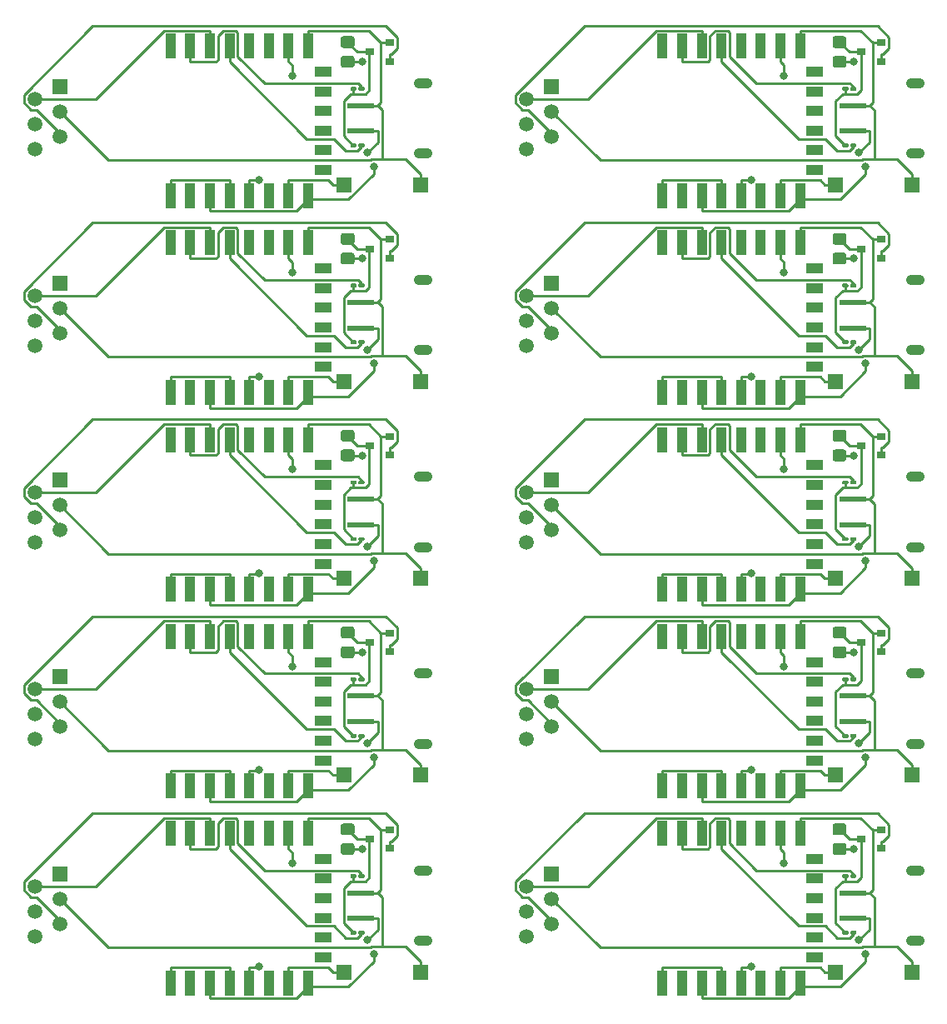
<source format=gbr>
%TF.GenerationSoftware,KiCad,Pcbnew,(5.1.9)-1*%
%TF.CreationDate,2021-09-18T19:38:26+02:00*%
%TF.ProjectId,IM350_AM550_5V_V4.0_multi,494d3335-305f-4414-9d35-35305f35565f,rev?*%
%TF.SameCoordinates,Original*%
%TF.FileFunction,Copper,L1,Top*%
%TF.FilePolarity,Positive*%
%FSLAX46Y46*%
G04 Gerber Fmt 4.6, Leading zero omitted, Abs format (unit mm)*
G04 Created by KiCad (PCBNEW (5.1.9)-1) date 2021-09-18 19:38:26*
%MOMM*%
%LPD*%
G01*
G04 APERTURE LIST*
%TA.AperFunction,SMDPad,CuDef*%
%ADD10R,0.900000X0.800000*%
%TD*%
%TA.AperFunction,SMDPad,CuDef*%
%ADD11R,1.500000X1.500000*%
%TD*%
%TA.AperFunction,SMDPad,CuDef*%
%ADD12R,1.000000X2.500000*%
%TD*%
%TA.AperFunction,SMDPad,CuDef*%
%ADD13R,1.800000X1.000000*%
%TD*%
%TA.AperFunction,ComponentPad*%
%ADD14R,1.520000X1.520000*%
%TD*%
%TA.AperFunction,ComponentPad*%
%ADD15C,1.520000*%
%TD*%
%TA.AperFunction,ComponentPad*%
%ADD16O,1.900000X1.050000*%
%TD*%
%TA.AperFunction,SMDPad,CuDef*%
%ADD17R,2.800000X0.600000*%
%TD*%
%TA.AperFunction,ViaPad*%
%ADD18C,0.800000*%
%TD*%
%TA.AperFunction,Conductor*%
%ADD19C,0.250000*%
%TD*%
G04 APERTURE END LIST*
D10*
%TO.P,Q1,3*%
%TO.N,Net-(Q1-Pad3)*%
X163000000Y-123250000D03*
%TO.P,Q1,2*%
%TO.N,Net-(C1-Pad2)*%
X165000000Y-122300000D03*
%TO.P,Q1,1*%
%TO.N,Net-(J2-Pad5)*%
X165000000Y-124200000D03*
%TD*%
%TO.P,R4,1*%
%TO.N,Net-(R4-Pad1)*%
%TA.AperFunction,SMDPad,CuDef*%
G36*
G01*
X111200001Y-124850000D02*
X110299999Y-124850000D01*
G75*
G02*
X110050000Y-124600001I0J249999D01*
G01*
X110050000Y-123899999D01*
G75*
G02*
X110299999Y-123650000I249999J0D01*
G01*
X111200001Y-123650000D01*
G75*
G02*
X111450000Y-123899999I0J-249999D01*
G01*
X111450000Y-124600001D01*
G75*
G02*
X111200001Y-124850000I-249999J0D01*
G01*
G37*
%TD.AperFunction*%
%TO.P,R4,2*%
%TO.N,Net-(Q1-Pad3)*%
%TA.AperFunction,SMDPad,CuDef*%
G36*
G01*
X111200001Y-122850000D02*
X110299999Y-122850000D01*
G75*
G02*
X110050000Y-122600001I0J249999D01*
G01*
X110050000Y-121899999D01*
G75*
G02*
X110299999Y-121650000I249999J0D01*
G01*
X111200001Y-121650000D01*
G75*
G02*
X111450000Y-121899999I0J-249999D01*
G01*
X111450000Y-122600001D01*
G75*
G02*
X111200001Y-122850000I-249999J0D01*
G01*
G37*
%TD.AperFunction*%
%TD*%
D11*
%TO.P,SW1,2*%
%TO.N,Net-(C1-Pad2)*%
X118150000Y-136750000D03*
%TO.P,SW1,1*%
%TO.N,Net-(SW1-Pad1)*%
X110350000Y-136750000D03*
%TD*%
D12*
%TO.P,U2,22*%
%TO.N,Net-(U2-Pad22)*%
X142750000Y-122650000D03*
%TO.P,U2,21*%
%TO.N,Net-(R1-Pad2)*%
X144750000Y-122650000D03*
%TO.P,U2,20*%
%TO.N,Net-(J2-Pad2)*%
X146750000Y-122650000D03*
%TO.P,U2,19*%
%TO.N,Net-(R2-Pad2)*%
X148750000Y-122650000D03*
%TO.P,U2,18*%
%TO.N,Net-(U2-Pad18)*%
X150750000Y-122650000D03*
%TO.P,U2,17*%
%TO.N,Net-(U2-Pad17)*%
X152750000Y-122650000D03*
%TO.P,U2,16*%
%TO.N,Net-(R3-Pad1)*%
X154750000Y-122650000D03*
%TO.P,U2,15*%
%TO.N,Net-(C1-Pad2)*%
X156750000Y-122650000D03*
D13*
%TO.P,U2,14*%
%TO.N,Net-(U2-Pad14)*%
X158250000Y-125250000D03*
%TO.P,U2,13*%
%TO.N,Net-(U2-Pad13)*%
X158250000Y-127250000D03*
%TO.P,U2,12*%
%TO.N,Net-(U2-Pad12)*%
X158250000Y-129250000D03*
%TO.P,U2,11*%
%TO.N,Net-(U2-Pad11)*%
X158250000Y-131250000D03*
%TO.P,U2,10*%
%TO.N,Net-(U2-Pad10)*%
X158250000Y-133250000D03*
%TO.P,U2,9*%
%TO.N,Net-(U2-Pad9)*%
X158250000Y-135250000D03*
D12*
%TO.P,U2,8*%
%TO.N,Net-(C1-Pad1)*%
X156750000Y-137850000D03*
%TO.P,U2,7*%
%TO.N,Net-(SW1-Pad1)*%
X154750000Y-137850000D03*
%TO.P,U2,6*%
%TO.N,Net-(U2-Pad6)*%
X152750000Y-137850000D03*
%TO.P,U2,5*%
%TO.N,Net-(R4-Pad1)*%
X150750000Y-137850000D03*
%TO.P,U2,4*%
%TO.N,Net-(U2-Pad1)*%
X148750000Y-137850000D03*
%TO.P,U2,3*%
%TO.N,Net-(C1-Pad1)*%
X146750000Y-137850000D03*
%TO.P,U2,2*%
%TO.N,Net-(U2-Pad2)*%
X144750000Y-137850000D03*
%TO.P,U2,1*%
%TO.N,Net-(U2-Pad1)*%
X142750000Y-137850000D03*
%TD*%
D14*
%TO.P,J2,1*%
%TO.N,Net-(J1-Pad1)*%
X81500000Y-126750000D03*
D15*
%TO.P,J2,2*%
%TO.N,Net-(J2-Pad2)*%
X78960000Y-128020000D03*
%TO.P,J2,3*%
%TO.N,Net-(C1-Pad2)*%
X81500000Y-129290000D03*
%TO.P,J2,4*%
%TO.N,Net-(J2-Pad4)*%
X78960000Y-130560000D03*
%TO.P,J2,5*%
%TO.N,Net-(J2-Pad5)*%
X81500000Y-131830000D03*
%TO.P,J2,6*%
%TO.N,Net-(C1-Pad2)*%
X78960000Y-133100000D03*
%TD*%
D11*
%TO.P,SW1,1*%
%TO.N,Net-(SW1-Pad1)*%
X160350000Y-136750000D03*
%TO.P,SW1,2*%
%TO.N,Net-(C1-Pad2)*%
X168150000Y-136750000D03*
%TD*%
%TO.P,P4,1*%
%TO.N,Net-(Q1-Pad3)*%
%TA.AperFunction,SMDPad,CuDef*%
G36*
G01*
X161025000Y-132850000D02*
X161025000Y-132650000D01*
G75*
G02*
X161125000Y-132550000I100000J0D01*
G01*
X161560000Y-132550000D01*
G75*
G02*
X161660000Y-132650000I0J-100000D01*
G01*
X161660000Y-132850000D01*
G75*
G02*
X161560000Y-132950000I-100000J0D01*
G01*
X161125000Y-132950000D01*
G75*
G02*
X161025000Y-132850000I0J100000D01*
G01*
G37*
%TD.AperFunction*%
%TO.P,P4,2*%
%TO.N,Net-(R2-Pad2)*%
%TA.AperFunction,SMDPad,CuDef*%
G36*
G01*
X161840000Y-132850000D02*
X161840000Y-132650000D01*
G75*
G02*
X161940000Y-132550000I100000J0D01*
G01*
X162375000Y-132550000D01*
G75*
G02*
X162475000Y-132650000I0J-100000D01*
G01*
X162475000Y-132850000D01*
G75*
G02*
X162375000Y-132950000I-100000J0D01*
G01*
X161940000Y-132950000D01*
G75*
G02*
X161840000Y-132850000I0J100000D01*
G01*
G37*
%TD.AperFunction*%
%TD*%
%TO.P,R4,2*%
%TO.N,Net-(Q1-Pad3)*%
%TA.AperFunction,SMDPad,CuDef*%
G36*
G01*
X161200001Y-122850000D02*
X160299999Y-122850000D01*
G75*
G02*
X160050000Y-122600001I0J249999D01*
G01*
X160050000Y-121899999D01*
G75*
G02*
X160299999Y-121650000I249999J0D01*
G01*
X161200001Y-121650000D01*
G75*
G02*
X161450000Y-121899999I0J-249999D01*
G01*
X161450000Y-122600001D01*
G75*
G02*
X161200001Y-122850000I-249999J0D01*
G01*
G37*
%TD.AperFunction*%
%TO.P,R4,1*%
%TO.N,Net-(R4-Pad1)*%
%TA.AperFunction,SMDPad,CuDef*%
G36*
G01*
X161200001Y-124850000D02*
X160299999Y-124850000D01*
G75*
G02*
X160050000Y-124600001I0J249999D01*
G01*
X160050000Y-123899999D01*
G75*
G02*
X160299999Y-123650000I249999J0D01*
G01*
X161200001Y-123650000D01*
G75*
G02*
X161450000Y-123899999I0J-249999D01*
G01*
X161450000Y-124600001D01*
G75*
G02*
X161200001Y-124850000I-249999J0D01*
G01*
G37*
%TD.AperFunction*%
%TD*%
D15*
%TO.P,J2,6*%
%TO.N,Net-(C1-Pad2)*%
X128960000Y-133100000D03*
%TO.P,J2,5*%
%TO.N,Net-(J2-Pad5)*%
X131500000Y-131830000D03*
%TO.P,J2,4*%
%TO.N,Net-(J2-Pad4)*%
X128960000Y-130560000D03*
%TO.P,J2,3*%
%TO.N,Net-(C1-Pad2)*%
X131500000Y-129290000D03*
%TO.P,J2,2*%
%TO.N,Net-(J2-Pad2)*%
X128960000Y-128020000D03*
D14*
%TO.P,J2,1*%
%TO.N,Net-(J1-Pad1)*%
X131500000Y-126750000D03*
%TD*%
D10*
%TO.P,Q1,1*%
%TO.N,Net-(J2-Pad5)*%
X115000000Y-124200000D03*
%TO.P,Q1,2*%
%TO.N,Net-(C1-Pad2)*%
X115000000Y-122300000D03*
%TO.P,Q1,3*%
%TO.N,Net-(Q1-Pad3)*%
X113000000Y-123250000D03*
%TD*%
D12*
%TO.P,U2,1*%
%TO.N,Net-(U2-Pad1)*%
X92750000Y-137850000D03*
%TO.P,U2,2*%
%TO.N,Net-(U2-Pad2)*%
X94750000Y-137850000D03*
%TO.P,U2,3*%
%TO.N,Net-(C1-Pad1)*%
X96750000Y-137850000D03*
%TO.P,U2,4*%
%TO.N,Net-(U2-Pad1)*%
X98750000Y-137850000D03*
%TO.P,U2,5*%
%TO.N,Net-(R4-Pad1)*%
X100750000Y-137850000D03*
%TO.P,U2,6*%
%TO.N,Net-(U2-Pad6)*%
X102750000Y-137850000D03*
%TO.P,U2,7*%
%TO.N,Net-(SW1-Pad1)*%
X104750000Y-137850000D03*
%TO.P,U2,8*%
%TO.N,Net-(C1-Pad1)*%
X106750000Y-137850000D03*
D13*
%TO.P,U2,9*%
%TO.N,Net-(U2-Pad9)*%
X108250000Y-135250000D03*
%TO.P,U2,10*%
%TO.N,Net-(U2-Pad10)*%
X108250000Y-133250000D03*
%TO.P,U2,11*%
%TO.N,Net-(U2-Pad11)*%
X108250000Y-131250000D03*
%TO.P,U2,12*%
%TO.N,Net-(U2-Pad12)*%
X108250000Y-129250000D03*
%TO.P,U2,13*%
%TO.N,Net-(U2-Pad13)*%
X108250000Y-127250000D03*
%TO.P,U2,14*%
%TO.N,Net-(U2-Pad14)*%
X108250000Y-125250000D03*
D12*
%TO.P,U2,15*%
%TO.N,Net-(C1-Pad2)*%
X106750000Y-122650000D03*
%TO.P,U2,16*%
%TO.N,Net-(R3-Pad1)*%
X104750000Y-122650000D03*
%TO.P,U2,17*%
%TO.N,Net-(U2-Pad17)*%
X102750000Y-122650000D03*
%TO.P,U2,18*%
%TO.N,Net-(U2-Pad18)*%
X100750000Y-122650000D03*
%TO.P,U2,19*%
%TO.N,Net-(R2-Pad2)*%
X98750000Y-122650000D03*
%TO.P,U2,20*%
%TO.N,Net-(J2-Pad2)*%
X96750000Y-122650000D03*
%TO.P,U2,21*%
%TO.N,Net-(R1-Pad2)*%
X94750000Y-122650000D03*
%TO.P,U2,22*%
%TO.N,Net-(U2-Pad22)*%
X92750000Y-122650000D03*
%TD*%
D16*
%TO.P,J1,*%
%TO.N,*%
X118450000Y-126425000D03*
X118450000Y-133575000D03*
D17*
%TO.P,J1,5*%
%TO.N,Net-(C1-Pad2)*%
X112100000Y-128700000D03*
%TO.P,J1,1*%
%TO.N,Net-(J1-Pad1)*%
X112100000Y-131300000D03*
%TD*%
%TO.P,P4,2*%
%TO.N,Net-(R2-Pad2)*%
%TA.AperFunction,SMDPad,CuDef*%
G36*
G01*
X111840000Y-132850000D02*
X111840000Y-132650000D01*
G75*
G02*
X111940000Y-132550000I100000J0D01*
G01*
X112375000Y-132550000D01*
G75*
G02*
X112475000Y-132650000I0J-100000D01*
G01*
X112475000Y-132850000D01*
G75*
G02*
X112375000Y-132950000I-100000J0D01*
G01*
X111940000Y-132950000D01*
G75*
G02*
X111840000Y-132850000I0J100000D01*
G01*
G37*
%TD.AperFunction*%
%TO.P,P4,1*%
%TO.N,Net-(Q1-Pad3)*%
%TA.AperFunction,SMDPad,CuDef*%
G36*
G01*
X111025000Y-132850000D02*
X111025000Y-132650000D01*
G75*
G02*
X111125000Y-132550000I100000J0D01*
G01*
X111560000Y-132550000D01*
G75*
G02*
X111660000Y-132650000I0J-100000D01*
G01*
X111660000Y-132850000D01*
G75*
G02*
X111560000Y-132950000I-100000J0D01*
G01*
X111125000Y-132950000D01*
G75*
G02*
X111025000Y-132850000I0J100000D01*
G01*
G37*
%TD.AperFunction*%
%TD*%
%TO.P,J1,1*%
%TO.N,Net-(J1-Pad1)*%
X162100000Y-131300000D03*
%TO.P,J1,5*%
%TO.N,Net-(C1-Pad2)*%
X162100000Y-128700000D03*
D16*
%TO.P,J1,*%
%TO.N,*%
X168450000Y-133575000D03*
X168450000Y-126425000D03*
%TD*%
%TO.P,P3,2*%
%TO.N,Net-(R1-Pad2)*%
%TA.AperFunction,SMDPad,CuDef*%
G36*
G01*
X161840000Y-127100000D02*
X161840000Y-126900000D01*
G75*
G02*
X161940000Y-126800000I100000J0D01*
G01*
X162375000Y-126800000D01*
G75*
G02*
X162475000Y-126900000I0J-100000D01*
G01*
X162475000Y-127100000D01*
G75*
G02*
X162375000Y-127200000I-100000J0D01*
G01*
X161940000Y-127200000D01*
G75*
G02*
X161840000Y-127100000I0J100000D01*
G01*
G37*
%TD.AperFunction*%
%TO.P,P3,1*%
%TO.N,Net-(Q1-Pad3)*%
%TA.AperFunction,SMDPad,CuDef*%
G36*
G01*
X161025000Y-127100000D02*
X161025000Y-126900000D01*
G75*
G02*
X161125000Y-126800000I100000J0D01*
G01*
X161560000Y-126800000D01*
G75*
G02*
X161660000Y-126900000I0J-100000D01*
G01*
X161660000Y-127100000D01*
G75*
G02*
X161560000Y-127200000I-100000J0D01*
G01*
X161125000Y-127200000D01*
G75*
G02*
X161025000Y-127100000I0J100000D01*
G01*
G37*
%TD.AperFunction*%
%TD*%
%TO.P,P3,1*%
%TO.N,Net-(Q1-Pad3)*%
%TA.AperFunction,SMDPad,CuDef*%
G36*
G01*
X111025000Y-127100000D02*
X111025000Y-126900000D01*
G75*
G02*
X111125000Y-126800000I100000J0D01*
G01*
X111560000Y-126800000D01*
G75*
G02*
X111660000Y-126900000I0J-100000D01*
G01*
X111660000Y-127100000D01*
G75*
G02*
X111560000Y-127200000I-100000J0D01*
G01*
X111125000Y-127200000D01*
G75*
G02*
X111025000Y-127100000I0J100000D01*
G01*
G37*
%TD.AperFunction*%
%TO.P,P3,2*%
%TO.N,Net-(R1-Pad2)*%
%TA.AperFunction,SMDPad,CuDef*%
G36*
G01*
X111840000Y-127100000D02*
X111840000Y-126900000D01*
G75*
G02*
X111940000Y-126800000I100000J0D01*
G01*
X112375000Y-126800000D01*
G75*
G02*
X112475000Y-126900000I0J-100000D01*
G01*
X112475000Y-127100000D01*
G75*
G02*
X112375000Y-127200000I-100000J0D01*
G01*
X111940000Y-127200000D01*
G75*
G02*
X111840000Y-127100000I0J100000D01*
G01*
G37*
%TD.AperFunction*%
%TD*%
%TO.P,P3,2*%
%TO.N,Net-(R1-Pad2)*%
%TA.AperFunction,SMDPad,CuDef*%
G36*
G01*
X111840000Y-107100000D02*
X111840000Y-106900000D01*
G75*
G02*
X111940000Y-106800000I100000J0D01*
G01*
X112375000Y-106800000D01*
G75*
G02*
X112475000Y-106900000I0J-100000D01*
G01*
X112475000Y-107100000D01*
G75*
G02*
X112375000Y-107200000I-100000J0D01*
G01*
X111940000Y-107200000D01*
G75*
G02*
X111840000Y-107100000I0J100000D01*
G01*
G37*
%TD.AperFunction*%
%TO.P,P3,1*%
%TO.N,Net-(Q1-Pad3)*%
%TA.AperFunction,SMDPad,CuDef*%
G36*
G01*
X111025000Y-107100000D02*
X111025000Y-106900000D01*
G75*
G02*
X111125000Y-106800000I100000J0D01*
G01*
X111560000Y-106800000D01*
G75*
G02*
X111660000Y-106900000I0J-100000D01*
G01*
X111660000Y-107100000D01*
G75*
G02*
X111560000Y-107200000I-100000J0D01*
G01*
X111125000Y-107200000D01*
G75*
G02*
X111025000Y-107100000I0J100000D01*
G01*
G37*
%TD.AperFunction*%
%TD*%
D12*
%TO.P,U2,22*%
%TO.N,Net-(U2-Pad22)*%
X92750000Y-102650000D03*
%TO.P,U2,21*%
%TO.N,Net-(R1-Pad2)*%
X94750000Y-102650000D03*
%TO.P,U2,20*%
%TO.N,Net-(J2-Pad2)*%
X96750000Y-102650000D03*
%TO.P,U2,19*%
%TO.N,Net-(R2-Pad2)*%
X98750000Y-102650000D03*
%TO.P,U2,18*%
%TO.N,Net-(U2-Pad18)*%
X100750000Y-102650000D03*
%TO.P,U2,17*%
%TO.N,Net-(U2-Pad17)*%
X102750000Y-102650000D03*
%TO.P,U2,16*%
%TO.N,Net-(R3-Pad1)*%
X104750000Y-102650000D03*
%TO.P,U2,15*%
%TO.N,Net-(C1-Pad2)*%
X106750000Y-102650000D03*
D13*
%TO.P,U2,14*%
%TO.N,Net-(U2-Pad14)*%
X108250000Y-105250000D03*
%TO.P,U2,13*%
%TO.N,Net-(U2-Pad13)*%
X108250000Y-107250000D03*
%TO.P,U2,12*%
%TO.N,Net-(U2-Pad12)*%
X108250000Y-109250000D03*
%TO.P,U2,11*%
%TO.N,Net-(U2-Pad11)*%
X108250000Y-111250000D03*
%TO.P,U2,10*%
%TO.N,Net-(U2-Pad10)*%
X108250000Y-113250000D03*
%TO.P,U2,9*%
%TO.N,Net-(U2-Pad9)*%
X108250000Y-115250000D03*
D12*
%TO.P,U2,8*%
%TO.N,Net-(C1-Pad1)*%
X106750000Y-117850000D03*
%TO.P,U2,7*%
%TO.N,Net-(SW1-Pad1)*%
X104750000Y-117850000D03*
%TO.P,U2,6*%
%TO.N,Net-(U2-Pad6)*%
X102750000Y-117850000D03*
%TO.P,U2,5*%
%TO.N,Net-(R4-Pad1)*%
X100750000Y-117850000D03*
%TO.P,U2,4*%
%TO.N,Net-(U2-Pad1)*%
X98750000Y-117850000D03*
%TO.P,U2,3*%
%TO.N,Net-(C1-Pad1)*%
X96750000Y-117850000D03*
%TO.P,U2,2*%
%TO.N,Net-(U2-Pad2)*%
X94750000Y-117850000D03*
%TO.P,U2,1*%
%TO.N,Net-(U2-Pad1)*%
X92750000Y-117850000D03*
%TD*%
D14*
%TO.P,J2,1*%
%TO.N,Net-(J1-Pad1)*%
X131500000Y-106750000D03*
D15*
%TO.P,J2,2*%
%TO.N,Net-(J2-Pad2)*%
X128960000Y-108020000D03*
%TO.P,J2,3*%
%TO.N,Net-(C1-Pad2)*%
X131500000Y-109290000D03*
%TO.P,J2,4*%
%TO.N,Net-(J2-Pad4)*%
X128960000Y-110560000D03*
%TO.P,J2,5*%
%TO.N,Net-(J2-Pad5)*%
X131500000Y-111830000D03*
%TO.P,J2,6*%
%TO.N,Net-(C1-Pad2)*%
X128960000Y-113100000D03*
%TD*%
%TO.P,P3,1*%
%TO.N,Net-(Q1-Pad3)*%
%TA.AperFunction,SMDPad,CuDef*%
G36*
G01*
X161025000Y-107100000D02*
X161025000Y-106900000D01*
G75*
G02*
X161125000Y-106800000I100000J0D01*
G01*
X161560000Y-106800000D01*
G75*
G02*
X161660000Y-106900000I0J-100000D01*
G01*
X161660000Y-107100000D01*
G75*
G02*
X161560000Y-107200000I-100000J0D01*
G01*
X161125000Y-107200000D01*
G75*
G02*
X161025000Y-107100000I0J100000D01*
G01*
G37*
%TD.AperFunction*%
%TO.P,P3,2*%
%TO.N,Net-(R1-Pad2)*%
%TA.AperFunction,SMDPad,CuDef*%
G36*
G01*
X161840000Y-107100000D02*
X161840000Y-106900000D01*
G75*
G02*
X161940000Y-106800000I100000J0D01*
G01*
X162375000Y-106800000D01*
G75*
G02*
X162475000Y-106900000I0J-100000D01*
G01*
X162475000Y-107100000D01*
G75*
G02*
X162375000Y-107200000I-100000J0D01*
G01*
X161940000Y-107200000D01*
G75*
G02*
X161840000Y-107100000I0J100000D01*
G01*
G37*
%TD.AperFunction*%
%TD*%
%TO.P,P4,1*%
%TO.N,Net-(Q1-Pad3)*%
%TA.AperFunction,SMDPad,CuDef*%
G36*
G01*
X111025000Y-112850000D02*
X111025000Y-112650000D01*
G75*
G02*
X111125000Y-112550000I100000J0D01*
G01*
X111560000Y-112550000D01*
G75*
G02*
X111660000Y-112650000I0J-100000D01*
G01*
X111660000Y-112850000D01*
G75*
G02*
X111560000Y-112950000I-100000J0D01*
G01*
X111125000Y-112950000D01*
G75*
G02*
X111025000Y-112850000I0J100000D01*
G01*
G37*
%TD.AperFunction*%
%TO.P,P4,2*%
%TO.N,Net-(R2-Pad2)*%
%TA.AperFunction,SMDPad,CuDef*%
G36*
G01*
X111840000Y-112850000D02*
X111840000Y-112650000D01*
G75*
G02*
X111940000Y-112550000I100000J0D01*
G01*
X112375000Y-112550000D01*
G75*
G02*
X112475000Y-112650000I0J-100000D01*
G01*
X112475000Y-112850000D01*
G75*
G02*
X112375000Y-112950000I-100000J0D01*
G01*
X111940000Y-112950000D01*
G75*
G02*
X111840000Y-112850000I0J100000D01*
G01*
G37*
%TD.AperFunction*%
%TD*%
D16*
%TO.P,J1,*%
%TO.N,*%
X168450000Y-106425000D03*
X168450000Y-113575000D03*
D17*
%TO.P,J1,5*%
%TO.N,Net-(C1-Pad2)*%
X162100000Y-108700000D03*
%TO.P,J1,1*%
%TO.N,Net-(J1-Pad1)*%
X162100000Y-111300000D03*
%TD*%
D10*
%TO.P,Q1,3*%
%TO.N,Net-(Q1-Pad3)*%
X113000000Y-103250000D03*
%TO.P,Q1,2*%
%TO.N,Net-(C1-Pad2)*%
X115000000Y-102300000D03*
%TO.P,Q1,1*%
%TO.N,Net-(J2-Pad5)*%
X115000000Y-104200000D03*
%TD*%
D17*
%TO.P,J1,1*%
%TO.N,Net-(J1-Pad1)*%
X112100000Y-111300000D03*
%TO.P,J1,5*%
%TO.N,Net-(C1-Pad2)*%
X112100000Y-108700000D03*
D16*
%TO.P,J1,*%
%TO.N,*%
X118450000Y-113575000D03*
X118450000Y-106425000D03*
%TD*%
D15*
%TO.P,J2,6*%
%TO.N,Net-(C1-Pad2)*%
X78960000Y-113100000D03*
%TO.P,J2,5*%
%TO.N,Net-(J2-Pad5)*%
X81500000Y-111830000D03*
%TO.P,J2,4*%
%TO.N,Net-(J2-Pad4)*%
X78960000Y-110560000D03*
%TO.P,J2,3*%
%TO.N,Net-(C1-Pad2)*%
X81500000Y-109290000D03*
%TO.P,J2,2*%
%TO.N,Net-(J2-Pad2)*%
X78960000Y-108020000D03*
D14*
%TO.P,J2,1*%
%TO.N,Net-(J1-Pad1)*%
X81500000Y-106750000D03*
%TD*%
D11*
%TO.P,SW1,1*%
%TO.N,Net-(SW1-Pad1)*%
X110350000Y-116750000D03*
%TO.P,SW1,2*%
%TO.N,Net-(C1-Pad2)*%
X118150000Y-116750000D03*
%TD*%
%TO.P,R4,2*%
%TO.N,Net-(Q1-Pad3)*%
%TA.AperFunction,SMDPad,CuDef*%
G36*
G01*
X111200001Y-102850000D02*
X110299999Y-102850000D01*
G75*
G02*
X110050000Y-102600001I0J249999D01*
G01*
X110050000Y-101899999D01*
G75*
G02*
X110299999Y-101650000I249999J0D01*
G01*
X111200001Y-101650000D01*
G75*
G02*
X111450000Y-101899999I0J-249999D01*
G01*
X111450000Y-102600001D01*
G75*
G02*
X111200001Y-102850000I-249999J0D01*
G01*
G37*
%TD.AperFunction*%
%TO.P,R4,1*%
%TO.N,Net-(R4-Pad1)*%
%TA.AperFunction,SMDPad,CuDef*%
G36*
G01*
X111200001Y-104850000D02*
X110299999Y-104850000D01*
G75*
G02*
X110050000Y-104600001I0J249999D01*
G01*
X110050000Y-103899999D01*
G75*
G02*
X110299999Y-103650000I249999J0D01*
G01*
X111200001Y-103650000D01*
G75*
G02*
X111450000Y-103899999I0J-249999D01*
G01*
X111450000Y-104600001D01*
G75*
G02*
X111200001Y-104850000I-249999J0D01*
G01*
G37*
%TD.AperFunction*%
%TD*%
D12*
%TO.P,U2,1*%
%TO.N,Net-(U2-Pad1)*%
X142750000Y-117850000D03*
%TO.P,U2,2*%
%TO.N,Net-(U2-Pad2)*%
X144750000Y-117850000D03*
%TO.P,U2,3*%
%TO.N,Net-(C1-Pad1)*%
X146750000Y-117850000D03*
%TO.P,U2,4*%
%TO.N,Net-(U2-Pad1)*%
X148750000Y-117850000D03*
%TO.P,U2,5*%
%TO.N,Net-(R4-Pad1)*%
X150750000Y-117850000D03*
%TO.P,U2,6*%
%TO.N,Net-(U2-Pad6)*%
X152750000Y-117850000D03*
%TO.P,U2,7*%
%TO.N,Net-(SW1-Pad1)*%
X154750000Y-117850000D03*
%TO.P,U2,8*%
%TO.N,Net-(C1-Pad1)*%
X156750000Y-117850000D03*
D13*
%TO.P,U2,9*%
%TO.N,Net-(U2-Pad9)*%
X158250000Y-115250000D03*
%TO.P,U2,10*%
%TO.N,Net-(U2-Pad10)*%
X158250000Y-113250000D03*
%TO.P,U2,11*%
%TO.N,Net-(U2-Pad11)*%
X158250000Y-111250000D03*
%TO.P,U2,12*%
%TO.N,Net-(U2-Pad12)*%
X158250000Y-109250000D03*
%TO.P,U2,13*%
%TO.N,Net-(U2-Pad13)*%
X158250000Y-107250000D03*
%TO.P,U2,14*%
%TO.N,Net-(U2-Pad14)*%
X158250000Y-105250000D03*
D12*
%TO.P,U2,15*%
%TO.N,Net-(C1-Pad2)*%
X156750000Y-102650000D03*
%TO.P,U2,16*%
%TO.N,Net-(R3-Pad1)*%
X154750000Y-102650000D03*
%TO.P,U2,17*%
%TO.N,Net-(U2-Pad17)*%
X152750000Y-102650000D03*
%TO.P,U2,18*%
%TO.N,Net-(U2-Pad18)*%
X150750000Y-102650000D03*
%TO.P,U2,19*%
%TO.N,Net-(R2-Pad2)*%
X148750000Y-102650000D03*
%TO.P,U2,20*%
%TO.N,Net-(J2-Pad2)*%
X146750000Y-102650000D03*
%TO.P,U2,21*%
%TO.N,Net-(R1-Pad2)*%
X144750000Y-102650000D03*
%TO.P,U2,22*%
%TO.N,Net-(U2-Pad22)*%
X142750000Y-102650000D03*
%TD*%
%TO.P,P4,2*%
%TO.N,Net-(R2-Pad2)*%
%TA.AperFunction,SMDPad,CuDef*%
G36*
G01*
X161840000Y-112850000D02*
X161840000Y-112650000D01*
G75*
G02*
X161940000Y-112550000I100000J0D01*
G01*
X162375000Y-112550000D01*
G75*
G02*
X162475000Y-112650000I0J-100000D01*
G01*
X162475000Y-112850000D01*
G75*
G02*
X162375000Y-112950000I-100000J0D01*
G01*
X161940000Y-112950000D01*
G75*
G02*
X161840000Y-112850000I0J100000D01*
G01*
G37*
%TD.AperFunction*%
%TO.P,P4,1*%
%TO.N,Net-(Q1-Pad3)*%
%TA.AperFunction,SMDPad,CuDef*%
G36*
G01*
X161025000Y-112850000D02*
X161025000Y-112650000D01*
G75*
G02*
X161125000Y-112550000I100000J0D01*
G01*
X161560000Y-112550000D01*
G75*
G02*
X161660000Y-112650000I0J-100000D01*
G01*
X161660000Y-112850000D01*
G75*
G02*
X161560000Y-112950000I-100000J0D01*
G01*
X161125000Y-112950000D01*
G75*
G02*
X161025000Y-112850000I0J100000D01*
G01*
G37*
%TD.AperFunction*%
%TD*%
D11*
%TO.P,SW1,2*%
%TO.N,Net-(C1-Pad2)*%
X168150000Y-116750000D03*
%TO.P,SW1,1*%
%TO.N,Net-(SW1-Pad1)*%
X160350000Y-116750000D03*
%TD*%
D10*
%TO.P,Q1,1*%
%TO.N,Net-(J2-Pad5)*%
X165000000Y-104200000D03*
%TO.P,Q1,2*%
%TO.N,Net-(C1-Pad2)*%
X165000000Y-102300000D03*
%TO.P,Q1,3*%
%TO.N,Net-(Q1-Pad3)*%
X163000000Y-103250000D03*
%TD*%
%TO.P,R4,1*%
%TO.N,Net-(R4-Pad1)*%
%TA.AperFunction,SMDPad,CuDef*%
G36*
G01*
X161200001Y-104850000D02*
X160299999Y-104850000D01*
G75*
G02*
X160050000Y-104600001I0J249999D01*
G01*
X160050000Y-103899999D01*
G75*
G02*
X160299999Y-103650000I249999J0D01*
G01*
X161200001Y-103650000D01*
G75*
G02*
X161450000Y-103899999I0J-249999D01*
G01*
X161450000Y-104600001D01*
G75*
G02*
X161200001Y-104850000I-249999J0D01*
G01*
G37*
%TD.AperFunction*%
%TO.P,R4,2*%
%TO.N,Net-(Q1-Pad3)*%
%TA.AperFunction,SMDPad,CuDef*%
G36*
G01*
X161200001Y-102850000D02*
X160299999Y-102850000D01*
G75*
G02*
X160050000Y-102600001I0J249999D01*
G01*
X160050000Y-101899999D01*
G75*
G02*
X160299999Y-101650000I249999J0D01*
G01*
X161200001Y-101650000D01*
G75*
G02*
X161450000Y-101899999I0J-249999D01*
G01*
X161450000Y-102600001D01*
G75*
G02*
X161200001Y-102850000I-249999J0D01*
G01*
G37*
%TD.AperFunction*%
%TD*%
D12*
%TO.P,U2,1*%
%TO.N,Net-(U2-Pad1)*%
X92750000Y-97850000D03*
%TO.P,U2,2*%
%TO.N,Net-(U2-Pad2)*%
X94750000Y-97850000D03*
%TO.P,U2,3*%
%TO.N,Net-(C1-Pad1)*%
X96750000Y-97850000D03*
%TO.P,U2,4*%
%TO.N,Net-(U2-Pad1)*%
X98750000Y-97850000D03*
%TO.P,U2,5*%
%TO.N,Net-(R4-Pad1)*%
X100750000Y-97850000D03*
%TO.P,U2,6*%
%TO.N,Net-(U2-Pad6)*%
X102750000Y-97850000D03*
%TO.P,U2,7*%
%TO.N,Net-(SW1-Pad1)*%
X104750000Y-97850000D03*
%TO.P,U2,8*%
%TO.N,Net-(C1-Pad1)*%
X106750000Y-97850000D03*
D13*
%TO.P,U2,9*%
%TO.N,Net-(U2-Pad9)*%
X108250000Y-95250000D03*
%TO.P,U2,10*%
%TO.N,Net-(U2-Pad10)*%
X108250000Y-93250000D03*
%TO.P,U2,11*%
%TO.N,Net-(U2-Pad11)*%
X108250000Y-91250000D03*
%TO.P,U2,12*%
%TO.N,Net-(U2-Pad12)*%
X108250000Y-89250000D03*
%TO.P,U2,13*%
%TO.N,Net-(U2-Pad13)*%
X108250000Y-87250000D03*
%TO.P,U2,14*%
%TO.N,Net-(U2-Pad14)*%
X108250000Y-85250000D03*
D12*
%TO.P,U2,15*%
%TO.N,Net-(C1-Pad2)*%
X106750000Y-82650000D03*
%TO.P,U2,16*%
%TO.N,Net-(R3-Pad1)*%
X104750000Y-82650000D03*
%TO.P,U2,17*%
%TO.N,Net-(U2-Pad17)*%
X102750000Y-82650000D03*
%TO.P,U2,18*%
%TO.N,Net-(U2-Pad18)*%
X100750000Y-82650000D03*
%TO.P,U2,19*%
%TO.N,Net-(R2-Pad2)*%
X98750000Y-82650000D03*
%TO.P,U2,20*%
%TO.N,Net-(J2-Pad2)*%
X96750000Y-82650000D03*
%TO.P,U2,21*%
%TO.N,Net-(R1-Pad2)*%
X94750000Y-82650000D03*
%TO.P,U2,22*%
%TO.N,Net-(U2-Pad22)*%
X92750000Y-82650000D03*
%TD*%
%TO.P,P3,1*%
%TO.N,Net-(Q1-Pad3)*%
%TA.AperFunction,SMDPad,CuDef*%
G36*
G01*
X111025000Y-87100000D02*
X111025000Y-86900000D01*
G75*
G02*
X111125000Y-86800000I100000J0D01*
G01*
X111560000Y-86800000D01*
G75*
G02*
X111660000Y-86900000I0J-100000D01*
G01*
X111660000Y-87100000D01*
G75*
G02*
X111560000Y-87200000I-100000J0D01*
G01*
X111125000Y-87200000D01*
G75*
G02*
X111025000Y-87100000I0J100000D01*
G01*
G37*
%TD.AperFunction*%
%TO.P,P3,2*%
%TO.N,Net-(R1-Pad2)*%
%TA.AperFunction,SMDPad,CuDef*%
G36*
G01*
X111840000Y-87100000D02*
X111840000Y-86900000D01*
G75*
G02*
X111940000Y-86800000I100000J0D01*
G01*
X112375000Y-86800000D01*
G75*
G02*
X112475000Y-86900000I0J-100000D01*
G01*
X112475000Y-87100000D01*
G75*
G02*
X112375000Y-87200000I-100000J0D01*
G01*
X111940000Y-87200000D01*
G75*
G02*
X111840000Y-87100000I0J100000D01*
G01*
G37*
%TD.AperFunction*%
%TD*%
D10*
%TO.P,Q1,1*%
%TO.N,Net-(J2-Pad5)*%
X115000000Y-84200000D03*
%TO.P,Q1,2*%
%TO.N,Net-(C1-Pad2)*%
X115000000Y-82300000D03*
%TO.P,Q1,3*%
%TO.N,Net-(Q1-Pad3)*%
X113000000Y-83250000D03*
%TD*%
%TO.P,R4,1*%
%TO.N,Net-(R4-Pad1)*%
%TA.AperFunction,SMDPad,CuDef*%
G36*
G01*
X111200001Y-84850000D02*
X110299999Y-84850000D01*
G75*
G02*
X110050000Y-84600001I0J249999D01*
G01*
X110050000Y-83899999D01*
G75*
G02*
X110299999Y-83650000I249999J0D01*
G01*
X111200001Y-83650000D01*
G75*
G02*
X111450000Y-83899999I0J-249999D01*
G01*
X111450000Y-84600001D01*
G75*
G02*
X111200001Y-84850000I-249999J0D01*
G01*
G37*
%TD.AperFunction*%
%TO.P,R4,2*%
%TO.N,Net-(Q1-Pad3)*%
%TA.AperFunction,SMDPad,CuDef*%
G36*
G01*
X111200001Y-82850000D02*
X110299999Y-82850000D01*
G75*
G02*
X110050000Y-82600001I0J249999D01*
G01*
X110050000Y-81899999D01*
G75*
G02*
X110299999Y-81650000I249999J0D01*
G01*
X111200001Y-81650000D01*
G75*
G02*
X111450000Y-81899999I0J-249999D01*
G01*
X111450000Y-82600001D01*
G75*
G02*
X111200001Y-82850000I-249999J0D01*
G01*
G37*
%TD.AperFunction*%
%TD*%
D15*
%TO.P,J2,6*%
%TO.N,Net-(C1-Pad2)*%
X128960000Y-93100000D03*
%TO.P,J2,5*%
%TO.N,Net-(J2-Pad5)*%
X131500000Y-91830000D03*
%TO.P,J2,4*%
%TO.N,Net-(J2-Pad4)*%
X128960000Y-90560000D03*
%TO.P,J2,3*%
%TO.N,Net-(C1-Pad2)*%
X131500000Y-89290000D03*
%TO.P,J2,2*%
%TO.N,Net-(J2-Pad2)*%
X128960000Y-88020000D03*
D14*
%TO.P,J2,1*%
%TO.N,Net-(J1-Pad1)*%
X131500000Y-86750000D03*
%TD*%
%TO.P,P4,2*%
%TO.N,Net-(R2-Pad2)*%
%TA.AperFunction,SMDPad,CuDef*%
G36*
G01*
X111840000Y-92850000D02*
X111840000Y-92650000D01*
G75*
G02*
X111940000Y-92550000I100000J0D01*
G01*
X112375000Y-92550000D01*
G75*
G02*
X112475000Y-92650000I0J-100000D01*
G01*
X112475000Y-92850000D01*
G75*
G02*
X112375000Y-92950000I-100000J0D01*
G01*
X111940000Y-92950000D01*
G75*
G02*
X111840000Y-92850000I0J100000D01*
G01*
G37*
%TD.AperFunction*%
%TO.P,P4,1*%
%TO.N,Net-(Q1-Pad3)*%
%TA.AperFunction,SMDPad,CuDef*%
G36*
G01*
X111025000Y-92850000D02*
X111025000Y-92650000D01*
G75*
G02*
X111125000Y-92550000I100000J0D01*
G01*
X111560000Y-92550000D01*
G75*
G02*
X111660000Y-92650000I0J-100000D01*
G01*
X111660000Y-92850000D01*
G75*
G02*
X111560000Y-92950000I-100000J0D01*
G01*
X111125000Y-92950000D01*
G75*
G02*
X111025000Y-92850000I0J100000D01*
G01*
G37*
%TD.AperFunction*%
%TD*%
D17*
%TO.P,J1,1*%
%TO.N,Net-(J1-Pad1)*%
X162100000Y-91300000D03*
%TO.P,J1,5*%
%TO.N,Net-(C1-Pad2)*%
X162100000Y-88700000D03*
D16*
%TO.P,J1,*%
%TO.N,*%
X168450000Y-93575000D03*
X168450000Y-86425000D03*
%TD*%
%TO.P,J1,*%
%TO.N,*%
X118450000Y-86425000D03*
X118450000Y-93575000D03*
D17*
%TO.P,J1,5*%
%TO.N,Net-(C1-Pad2)*%
X112100000Y-88700000D03*
%TO.P,J1,1*%
%TO.N,Net-(J1-Pad1)*%
X112100000Y-91300000D03*
%TD*%
%TO.P,P3,2*%
%TO.N,Net-(R1-Pad2)*%
%TA.AperFunction,SMDPad,CuDef*%
G36*
G01*
X161840000Y-87100000D02*
X161840000Y-86900000D01*
G75*
G02*
X161940000Y-86800000I100000J0D01*
G01*
X162375000Y-86800000D01*
G75*
G02*
X162475000Y-86900000I0J-100000D01*
G01*
X162475000Y-87100000D01*
G75*
G02*
X162375000Y-87200000I-100000J0D01*
G01*
X161940000Y-87200000D01*
G75*
G02*
X161840000Y-87100000I0J100000D01*
G01*
G37*
%TD.AperFunction*%
%TO.P,P3,1*%
%TO.N,Net-(Q1-Pad3)*%
%TA.AperFunction,SMDPad,CuDef*%
G36*
G01*
X161025000Y-87100000D02*
X161025000Y-86900000D01*
G75*
G02*
X161125000Y-86800000I100000J0D01*
G01*
X161560000Y-86800000D01*
G75*
G02*
X161660000Y-86900000I0J-100000D01*
G01*
X161660000Y-87100000D01*
G75*
G02*
X161560000Y-87200000I-100000J0D01*
G01*
X161125000Y-87200000D01*
G75*
G02*
X161025000Y-87100000I0J100000D01*
G01*
G37*
%TD.AperFunction*%
%TD*%
D14*
%TO.P,J2,1*%
%TO.N,Net-(J1-Pad1)*%
X81500000Y-86750000D03*
D15*
%TO.P,J2,2*%
%TO.N,Net-(J2-Pad2)*%
X78960000Y-88020000D03*
%TO.P,J2,3*%
%TO.N,Net-(C1-Pad2)*%
X81500000Y-89290000D03*
%TO.P,J2,4*%
%TO.N,Net-(J2-Pad4)*%
X78960000Y-90560000D03*
%TO.P,J2,5*%
%TO.N,Net-(J2-Pad5)*%
X81500000Y-91830000D03*
%TO.P,J2,6*%
%TO.N,Net-(C1-Pad2)*%
X78960000Y-93100000D03*
%TD*%
D11*
%TO.P,SW1,2*%
%TO.N,Net-(C1-Pad2)*%
X118150000Y-96750000D03*
%TO.P,SW1,1*%
%TO.N,Net-(SW1-Pad1)*%
X110350000Y-96750000D03*
%TD*%
D12*
%TO.P,U2,22*%
%TO.N,Net-(U2-Pad22)*%
X142750000Y-82650000D03*
%TO.P,U2,21*%
%TO.N,Net-(R1-Pad2)*%
X144750000Y-82650000D03*
%TO.P,U2,20*%
%TO.N,Net-(J2-Pad2)*%
X146750000Y-82650000D03*
%TO.P,U2,19*%
%TO.N,Net-(R2-Pad2)*%
X148750000Y-82650000D03*
%TO.P,U2,18*%
%TO.N,Net-(U2-Pad18)*%
X150750000Y-82650000D03*
%TO.P,U2,17*%
%TO.N,Net-(U2-Pad17)*%
X152750000Y-82650000D03*
%TO.P,U2,16*%
%TO.N,Net-(R3-Pad1)*%
X154750000Y-82650000D03*
%TO.P,U2,15*%
%TO.N,Net-(C1-Pad2)*%
X156750000Y-82650000D03*
D13*
%TO.P,U2,14*%
%TO.N,Net-(U2-Pad14)*%
X158250000Y-85250000D03*
%TO.P,U2,13*%
%TO.N,Net-(U2-Pad13)*%
X158250000Y-87250000D03*
%TO.P,U2,12*%
%TO.N,Net-(U2-Pad12)*%
X158250000Y-89250000D03*
%TO.P,U2,11*%
%TO.N,Net-(U2-Pad11)*%
X158250000Y-91250000D03*
%TO.P,U2,10*%
%TO.N,Net-(U2-Pad10)*%
X158250000Y-93250000D03*
%TO.P,U2,9*%
%TO.N,Net-(U2-Pad9)*%
X158250000Y-95250000D03*
D12*
%TO.P,U2,8*%
%TO.N,Net-(C1-Pad1)*%
X156750000Y-97850000D03*
%TO.P,U2,7*%
%TO.N,Net-(SW1-Pad1)*%
X154750000Y-97850000D03*
%TO.P,U2,6*%
%TO.N,Net-(U2-Pad6)*%
X152750000Y-97850000D03*
%TO.P,U2,5*%
%TO.N,Net-(R4-Pad1)*%
X150750000Y-97850000D03*
%TO.P,U2,4*%
%TO.N,Net-(U2-Pad1)*%
X148750000Y-97850000D03*
%TO.P,U2,3*%
%TO.N,Net-(C1-Pad1)*%
X146750000Y-97850000D03*
%TO.P,U2,2*%
%TO.N,Net-(U2-Pad2)*%
X144750000Y-97850000D03*
%TO.P,U2,1*%
%TO.N,Net-(U2-Pad1)*%
X142750000Y-97850000D03*
%TD*%
%TO.P,P4,1*%
%TO.N,Net-(Q1-Pad3)*%
%TA.AperFunction,SMDPad,CuDef*%
G36*
G01*
X161025000Y-92850000D02*
X161025000Y-92650000D01*
G75*
G02*
X161125000Y-92550000I100000J0D01*
G01*
X161560000Y-92550000D01*
G75*
G02*
X161660000Y-92650000I0J-100000D01*
G01*
X161660000Y-92850000D01*
G75*
G02*
X161560000Y-92950000I-100000J0D01*
G01*
X161125000Y-92950000D01*
G75*
G02*
X161025000Y-92850000I0J100000D01*
G01*
G37*
%TD.AperFunction*%
%TO.P,P4,2*%
%TO.N,Net-(R2-Pad2)*%
%TA.AperFunction,SMDPad,CuDef*%
G36*
G01*
X161840000Y-92850000D02*
X161840000Y-92650000D01*
G75*
G02*
X161940000Y-92550000I100000J0D01*
G01*
X162375000Y-92550000D01*
G75*
G02*
X162475000Y-92650000I0J-100000D01*
G01*
X162475000Y-92850000D01*
G75*
G02*
X162375000Y-92950000I-100000J0D01*
G01*
X161940000Y-92950000D01*
G75*
G02*
X161840000Y-92850000I0J100000D01*
G01*
G37*
%TD.AperFunction*%
%TD*%
D11*
%TO.P,SW1,1*%
%TO.N,Net-(SW1-Pad1)*%
X160350000Y-96750000D03*
%TO.P,SW1,2*%
%TO.N,Net-(C1-Pad2)*%
X168150000Y-96750000D03*
%TD*%
D10*
%TO.P,Q1,3*%
%TO.N,Net-(Q1-Pad3)*%
X163000000Y-83250000D03*
%TO.P,Q1,2*%
%TO.N,Net-(C1-Pad2)*%
X165000000Y-82300000D03*
%TO.P,Q1,1*%
%TO.N,Net-(J2-Pad5)*%
X165000000Y-84200000D03*
%TD*%
%TO.P,R4,2*%
%TO.N,Net-(Q1-Pad3)*%
%TA.AperFunction,SMDPad,CuDef*%
G36*
G01*
X161200001Y-82850000D02*
X160299999Y-82850000D01*
G75*
G02*
X160050000Y-82600001I0J249999D01*
G01*
X160050000Y-81899999D01*
G75*
G02*
X160299999Y-81650000I249999J0D01*
G01*
X161200001Y-81650000D01*
G75*
G02*
X161450000Y-81899999I0J-249999D01*
G01*
X161450000Y-82600001D01*
G75*
G02*
X161200001Y-82850000I-249999J0D01*
G01*
G37*
%TD.AperFunction*%
%TO.P,R4,1*%
%TO.N,Net-(R4-Pad1)*%
%TA.AperFunction,SMDPad,CuDef*%
G36*
G01*
X161200001Y-84850000D02*
X160299999Y-84850000D01*
G75*
G02*
X160050000Y-84600001I0J249999D01*
G01*
X160050000Y-83899999D01*
G75*
G02*
X160299999Y-83650000I249999J0D01*
G01*
X161200001Y-83650000D01*
G75*
G02*
X161450000Y-83899999I0J-249999D01*
G01*
X161450000Y-84600001D01*
G75*
G02*
X161200001Y-84850000I-249999J0D01*
G01*
G37*
%TD.AperFunction*%
%TD*%
%TO.P,P3,2*%
%TO.N,Net-(R1-Pad2)*%
%TA.AperFunction,SMDPad,CuDef*%
G36*
G01*
X111840000Y-67100000D02*
X111840000Y-66900000D01*
G75*
G02*
X111940000Y-66800000I100000J0D01*
G01*
X112375000Y-66800000D01*
G75*
G02*
X112475000Y-66900000I0J-100000D01*
G01*
X112475000Y-67100000D01*
G75*
G02*
X112375000Y-67200000I-100000J0D01*
G01*
X111940000Y-67200000D01*
G75*
G02*
X111840000Y-67100000I0J100000D01*
G01*
G37*
%TD.AperFunction*%
%TO.P,P3,1*%
%TO.N,Net-(Q1-Pad3)*%
%TA.AperFunction,SMDPad,CuDef*%
G36*
G01*
X111025000Y-67100000D02*
X111025000Y-66900000D01*
G75*
G02*
X111125000Y-66800000I100000J0D01*
G01*
X111560000Y-66800000D01*
G75*
G02*
X111660000Y-66900000I0J-100000D01*
G01*
X111660000Y-67100000D01*
G75*
G02*
X111560000Y-67200000I-100000J0D01*
G01*
X111125000Y-67200000D01*
G75*
G02*
X111025000Y-67100000I0J100000D01*
G01*
G37*
%TD.AperFunction*%
%TD*%
D17*
%TO.P,J1,1*%
%TO.N,Net-(J1-Pad1)*%
X112100000Y-71300000D03*
%TO.P,J1,5*%
%TO.N,Net-(C1-Pad2)*%
X112100000Y-68700000D03*
D16*
%TO.P,J1,*%
%TO.N,*%
X118450000Y-73575000D03*
X118450000Y-66425000D03*
%TD*%
%TO.P,R4,2*%
%TO.N,Net-(Q1-Pad3)*%
%TA.AperFunction,SMDPad,CuDef*%
G36*
G01*
X111200001Y-62850000D02*
X110299999Y-62850000D01*
G75*
G02*
X110050000Y-62600001I0J249999D01*
G01*
X110050000Y-61899999D01*
G75*
G02*
X110299999Y-61650000I249999J0D01*
G01*
X111200001Y-61650000D01*
G75*
G02*
X111450000Y-61899999I0J-249999D01*
G01*
X111450000Y-62600001D01*
G75*
G02*
X111200001Y-62850000I-249999J0D01*
G01*
G37*
%TD.AperFunction*%
%TO.P,R4,1*%
%TO.N,Net-(R4-Pad1)*%
%TA.AperFunction,SMDPad,CuDef*%
G36*
G01*
X111200001Y-64850000D02*
X110299999Y-64850000D01*
G75*
G02*
X110050000Y-64600001I0J249999D01*
G01*
X110050000Y-63899999D01*
G75*
G02*
X110299999Y-63650000I249999J0D01*
G01*
X111200001Y-63650000D01*
G75*
G02*
X111450000Y-63899999I0J-249999D01*
G01*
X111450000Y-64600001D01*
G75*
G02*
X111200001Y-64850000I-249999J0D01*
G01*
G37*
%TD.AperFunction*%
%TD*%
D11*
%TO.P,SW1,1*%
%TO.N,Net-(SW1-Pad1)*%
X110350000Y-76750000D03*
%TO.P,SW1,2*%
%TO.N,Net-(C1-Pad2)*%
X118150000Y-76750000D03*
%TD*%
D15*
%TO.P,J2,6*%
%TO.N,Net-(C1-Pad2)*%
X78960000Y-73100000D03*
%TO.P,J2,5*%
%TO.N,Net-(J2-Pad5)*%
X81500000Y-71830000D03*
%TO.P,J2,4*%
%TO.N,Net-(J2-Pad4)*%
X78960000Y-70560000D03*
%TO.P,J2,3*%
%TO.N,Net-(C1-Pad2)*%
X81500000Y-69290000D03*
%TO.P,J2,2*%
%TO.N,Net-(J2-Pad2)*%
X78960000Y-68020000D03*
D14*
%TO.P,J2,1*%
%TO.N,Net-(J1-Pad1)*%
X81500000Y-66750000D03*
%TD*%
D12*
%TO.P,U2,22*%
%TO.N,Net-(U2-Pad22)*%
X92750000Y-62650000D03*
%TO.P,U2,21*%
%TO.N,Net-(R1-Pad2)*%
X94750000Y-62650000D03*
%TO.P,U2,20*%
%TO.N,Net-(J2-Pad2)*%
X96750000Y-62650000D03*
%TO.P,U2,19*%
%TO.N,Net-(R2-Pad2)*%
X98750000Y-62650000D03*
%TO.P,U2,18*%
%TO.N,Net-(U2-Pad18)*%
X100750000Y-62650000D03*
%TO.P,U2,17*%
%TO.N,Net-(U2-Pad17)*%
X102750000Y-62650000D03*
%TO.P,U2,16*%
%TO.N,Net-(R3-Pad1)*%
X104750000Y-62650000D03*
%TO.P,U2,15*%
%TO.N,Net-(C1-Pad2)*%
X106750000Y-62650000D03*
D13*
%TO.P,U2,14*%
%TO.N,Net-(U2-Pad14)*%
X108250000Y-65250000D03*
%TO.P,U2,13*%
%TO.N,Net-(U2-Pad13)*%
X108250000Y-67250000D03*
%TO.P,U2,12*%
%TO.N,Net-(U2-Pad12)*%
X108250000Y-69250000D03*
%TO.P,U2,11*%
%TO.N,Net-(U2-Pad11)*%
X108250000Y-71250000D03*
%TO.P,U2,10*%
%TO.N,Net-(U2-Pad10)*%
X108250000Y-73250000D03*
%TO.P,U2,9*%
%TO.N,Net-(U2-Pad9)*%
X108250000Y-75250000D03*
D12*
%TO.P,U2,8*%
%TO.N,Net-(C1-Pad1)*%
X106750000Y-77850000D03*
%TO.P,U2,7*%
%TO.N,Net-(SW1-Pad1)*%
X104750000Y-77850000D03*
%TO.P,U2,6*%
%TO.N,Net-(U2-Pad6)*%
X102750000Y-77850000D03*
%TO.P,U2,5*%
%TO.N,Net-(R4-Pad1)*%
X100750000Y-77850000D03*
%TO.P,U2,4*%
%TO.N,Net-(U2-Pad1)*%
X98750000Y-77850000D03*
%TO.P,U2,3*%
%TO.N,Net-(C1-Pad1)*%
X96750000Y-77850000D03*
%TO.P,U2,2*%
%TO.N,Net-(U2-Pad2)*%
X94750000Y-77850000D03*
%TO.P,U2,1*%
%TO.N,Net-(U2-Pad1)*%
X92750000Y-77850000D03*
%TD*%
%TO.P,P4,1*%
%TO.N,Net-(Q1-Pad3)*%
%TA.AperFunction,SMDPad,CuDef*%
G36*
G01*
X111025000Y-72850000D02*
X111025000Y-72650000D01*
G75*
G02*
X111125000Y-72550000I100000J0D01*
G01*
X111560000Y-72550000D01*
G75*
G02*
X111660000Y-72650000I0J-100000D01*
G01*
X111660000Y-72850000D01*
G75*
G02*
X111560000Y-72950000I-100000J0D01*
G01*
X111125000Y-72950000D01*
G75*
G02*
X111025000Y-72850000I0J100000D01*
G01*
G37*
%TD.AperFunction*%
%TO.P,P4,2*%
%TO.N,Net-(R2-Pad2)*%
%TA.AperFunction,SMDPad,CuDef*%
G36*
G01*
X111840000Y-72850000D02*
X111840000Y-72650000D01*
G75*
G02*
X111940000Y-72550000I100000J0D01*
G01*
X112375000Y-72550000D01*
G75*
G02*
X112475000Y-72650000I0J-100000D01*
G01*
X112475000Y-72850000D01*
G75*
G02*
X112375000Y-72950000I-100000J0D01*
G01*
X111940000Y-72950000D01*
G75*
G02*
X111840000Y-72850000I0J100000D01*
G01*
G37*
%TD.AperFunction*%
%TD*%
D10*
%TO.P,Q1,3*%
%TO.N,Net-(Q1-Pad3)*%
X113000000Y-63250000D03*
%TO.P,Q1,2*%
%TO.N,Net-(C1-Pad2)*%
X115000000Y-62300000D03*
%TO.P,Q1,1*%
%TO.N,Net-(J2-Pad5)*%
X115000000Y-64200000D03*
%TD*%
%TO.P,P3,1*%
%TO.N,Net-(Q1-Pad3)*%
%TA.AperFunction,SMDPad,CuDef*%
G36*
G01*
X161025000Y-67100000D02*
X161025000Y-66900000D01*
G75*
G02*
X161125000Y-66800000I100000J0D01*
G01*
X161560000Y-66800000D01*
G75*
G02*
X161660000Y-66900000I0J-100000D01*
G01*
X161660000Y-67100000D01*
G75*
G02*
X161560000Y-67200000I-100000J0D01*
G01*
X161125000Y-67200000D01*
G75*
G02*
X161025000Y-67100000I0J100000D01*
G01*
G37*
%TD.AperFunction*%
%TO.P,P3,2*%
%TO.N,Net-(R1-Pad2)*%
%TA.AperFunction,SMDPad,CuDef*%
G36*
G01*
X161840000Y-67100000D02*
X161840000Y-66900000D01*
G75*
G02*
X161940000Y-66800000I100000J0D01*
G01*
X162375000Y-66800000D01*
G75*
G02*
X162475000Y-66900000I0J-100000D01*
G01*
X162475000Y-67100000D01*
G75*
G02*
X162375000Y-67200000I-100000J0D01*
G01*
X161940000Y-67200000D01*
G75*
G02*
X161840000Y-67100000I0J100000D01*
G01*
G37*
%TD.AperFunction*%
%TD*%
D14*
%TO.P,J2,1*%
%TO.N,Net-(J1-Pad1)*%
X131500000Y-66750000D03*
D15*
%TO.P,J2,2*%
%TO.N,Net-(J2-Pad2)*%
X128960000Y-68020000D03*
%TO.P,J2,3*%
%TO.N,Net-(C1-Pad2)*%
X131500000Y-69290000D03*
%TO.P,J2,4*%
%TO.N,Net-(J2-Pad4)*%
X128960000Y-70560000D03*
%TO.P,J2,5*%
%TO.N,Net-(J2-Pad5)*%
X131500000Y-71830000D03*
%TO.P,J2,6*%
%TO.N,Net-(C1-Pad2)*%
X128960000Y-73100000D03*
%TD*%
D16*
%TO.P,J1,*%
%TO.N,*%
X168450000Y-66425000D03*
X168450000Y-73575000D03*
D17*
%TO.P,J1,5*%
%TO.N,Net-(C1-Pad2)*%
X162100000Y-68700000D03*
%TO.P,J1,1*%
%TO.N,Net-(J1-Pad1)*%
X162100000Y-71300000D03*
%TD*%
%TO.P,P4,2*%
%TO.N,Net-(R2-Pad2)*%
%TA.AperFunction,SMDPad,CuDef*%
G36*
G01*
X161840000Y-72850000D02*
X161840000Y-72650000D01*
G75*
G02*
X161940000Y-72550000I100000J0D01*
G01*
X162375000Y-72550000D01*
G75*
G02*
X162475000Y-72650000I0J-100000D01*
G01*
X162475000Y-72850000D01*
G75*
G02*
X162375000Y-72950000I-100000J0D01*
G01*
X161940000Y-72950000D01*
G75*
G02*
X161840000Y-72850000I0J100000D01*
G01*
G37*
%TD.AperFunction*%
%TO.P,P4,1*%
%TO.N,Net-(Q1-Pad3)*%
%TA.AperFunction,SMDPad,CuDef*%
G36*
G01*
X161025000Y-72850000D02*
X161025000Y-72650000D01*
G75*
G02*
X161125000Y-72550000I100000J0D01*
G01*
X161560000Y-72550000D01*
G75*
G02*
X161660000Y-72650000I0J-100000D01*
G01*
X161660000Y-72850000D01*
G75*
G02*
X161560000Y-72950000I-100000J0D01*
G01*
X161125000Y-72950000D01*
G75*
G02*
X161025000Y-72850000I0J100000D01*
G01*
G37*
%TD.AperFunction*%
%TD*%
%TO.P,R4,1*%
%TO.N,Net-(R4-Pad1)*%
%TA.AperFunction,SMDPad,CuDef*%
G36*
G01*
X161200001Y-64850000D02*
X160299999Y-64850000D01*
G75*
G02*
X160050000Y-64600001I0J249999D01*
G01*
X160050000Y-63899999D01*
G75*
G02*
X160299999Y-63650000I249999J0D01*
G01*
X161200001Y-63650000D01*
G75*
G02*
X161450000Y-63899999I0J-249999D01*
G01*
X161450000Y-64600001D01*
G75*
G02*
X161200001Y-64850000I-249999J0D01*
G01*
G37*
%TD.AperFunction*%
%TO.P,R4,2*%
%TO.N,Net-(Q1-Pad3)*%
%TA.AperFunction,SMDPad,CuDef*%
G36*
G01*
X161200001Y-62850000D02*
X160299999Y-62850000D01*
G75*
G02*
X160050000Y-62600001I0J249999D01*
G01*
X160050000Y-61899999D01*
G75*
G02*
X160299999Y-61650000I249999J0D01*
G01*
X161200001Y-61650000D01*
G75*
G02*
X161450000Y-61899999I0J-249999D01*
G01*
X161450000Y-62600001D01*
G75*
G02*
X161200001Y-62850000I-249999J0D01*
G01*
G37*
%TD.AperFunction*%
%TD*%
D11*
%TO.P,SW1,2*%
%TO.N,Net-(C1-Pad2)*%
X168150000Y-76750000D03*
%TO.P,SW1,1*%
%TO.N,Net-(SW1-Pad1)*%
X160350000Y-76750000D03*
%TD*%
D12*
%TO.P,U2,1*%
%TO.N,Net-(U2-Pad1)*%
X142750000Y-77850000D03*
%TO.P,U2,2*%
%TO.N,Net-(U2-Pad2)*%
X144750000Y-77850000D03*
%TO.P,U2,3*%
%TO.N,Net-(C1-Pad1)*%
X146750000Y-77850000D03*
%TO.P,U2,4*%
%TO.N,Net-(U2-Pad1)*%
X148750000Y-77850000D03*
%TO.P,U2,5*%
%TO.N,Net-(R4-Pad1)*%
X150750000Y-77850000D03*
%TO.P,U2,6*%
%TO.N,Net-(U2-Pad6)*%
X152750000Y-77850000D03*
%TO.P,U2,7*%
%TO.N,Net-(SW1-Pad1)*%
X154750000Y-77850000D03*
%TO.P,U2,8*%
%TO.N,Net-(C1-Pad1)*%
X156750000Y-77850000D03*
D13*
%TO.P,U2,9*%
%TO.N,Net-(U2-Pad9)*%
X158250000Y-75250000D03*
%TO.P,U2,10*%
%TO.N,Net-(U2-Pad10)*%
X158250000Y-73250000D03*
%TO.P,U2,11*%
%TO.N,Net-(U2-Pad11)*%
X158250000Y-71250000D03*
%TO.P,U2,12*%
%TO.N,Net-(U2-Pad12)*%
X158250000Y-69250000D03*
%TO.P,U2,13*%
%TO.N,Net-(U2-Pad13)*%
X158250000Y-67250000D03*
%TO.P,U2,14*%
%TO.N,Net-(U2-Pad14)*%
X158250000Y-65250000D03*
D12*
%TO.P,U2,15*%
%TO.N,Net-(C1-Pad2)*%
X156750000Y-62650000D03*
%TO.P,U2,16*%
%TO.N,Net-(R3-Pad1)*%
X154750000Y-62650000D03*
%TO.P,U2,17*%
%TO.N,Net-(U2-Pad17)*%
X152750000Y-62650000D03*
%TO.P,U2,18*%
%TO.N,Net-(U2-Pad18)*%
X150750000Y-62650000D03*
%TO.P,U2,19*%
%TO.N,Net-(R2-Pad2)*%
X148750000Y-62650000D03*
%TO.P,U2,20*%
%TO.N,Net-(J2-Pad2)*%
X146750000Y-62650000D03*
%TO.P,U2,21*%
%TO.N,Net-(R1-Pad2)*%
X144750000Y-62650000D03*
%TO.P,U2,22*%
%TO.N,Net-(U2-Pad22)*%
X142750000Y-62650000D03*
%TD*%
D10*
%TO.P,Q1,1*%
%TO.N,Net-(J2-Pad5)*%
X165000000Y-64200000D03*
%TO.P,Q1,2*%
%TO.N,Net-(C1-Pad2)*%
X165000000Y-62300000D03*
%TO.P,Q1,3*%
%TO.N,Net-(Q1-Pad3)*%
X163000000Y-63250000D03*
%TD*%
%TO.P,P3,2*%
%TO.N,Net-(R1-Pad2)*%
%TA.AperFunction,SMDPad,CuDef*%
G36*
G01*
X161840000Y-47100000D02*
X161840000Y-46900000D01*
G75*
G02*
X161940000Y-46800000I100000J0D01*
G01*
X162375000Y-46800000D01*
G75*
G02*
X162475000Y-46900000I0J-100000D01*
G01*
X162475000Y-47100000D01*
G75*
G02*
X162375000Y-47200000I-100000J0D01*
G01*
X161940000Y-47200000D01*
G75*
G02*
X161840000Y-47100000I0J100000D01*
G01*
G37*
%TD.AperFunction*%
%TO.P,P3,1*%
%TO.N,Net-(Q1-Pad3)*%
%TA.AperFunction,SMDPad,CuDef*%
G36*
G01*
X161025000Y-47100000D02*
X161025000Y-46900000D01*
G75*
G02*
X161125000Y-46800000I100000J0D01*
G01*
X161560000Y-46800000D01*
G75*
G02*
X161660000Y-46900000I0J-100000D01*
G01*
X161660000Y-47100000D01*
G75*
G02*
X161560000Y-47200000I-100000J0D01*
G01*
X161125000Y-47200000D01*
G75*
G02*
X161025000Y-47100000I0J100000D01*
G01*
G37*
%TD.AperFunction*%
%TD*%
D17*
%TO.P,J1,1*%
%TO.N,Net-(J1-Pad1)*%
X162100000Y-51300000D03*
%TO.P,J1,5*%
%TO.N,Net-(C1-Pad2)*%
X162100000Y-48700000D03*
D16*
%TO.P,J1,*%
%TO.N,*%
X168450000Y-53575000D03*
X168450000Y-46425000D03*
%TD*%
%TO.P,R4,2*%
%TO.N,Net-(Q1-Pad3)*%
%TA.AperFunction,SMDPad,CuDef*%
G36*
G01*
X161200001Y-42850000D02*
X160299999Y-42850000D01*
G75*
G02*
X160050000Y-42600001I0J249999D01*
G01*
X160050000Y-41899999D01*
G75*
G02*
X160299999Y-41650000I249999J0D01*
G01*
X161200001Y-41650000D01*
G75*
G02*
X161450000Y-41899999I0J-249999D01*
G01*
X161450000Y-42600001D01*
G75*
G02*
X161200001Y-42850000I-249999J0D01*
G01*
G37*
%TD.AperFunction*%
%TO.P,R4,1*%
%TO.N,Net-(R4-Pad1)*%
%TA.AperFunction,SMDPad,CuDef*%
G36*
G01*
X161200001Y-44850000D02*
X160299999Y-44850000D01*
G75*
G02*
X160050000Y-44600001I0J249999D01*
G01*
X160050000Y-43899999D01*
G75*
G02*
X160299999Y-43650000I249999J0D01*
G01*
X161200001Y-43650000D01*
G75*
G02*
X161450000Y-43899999I0J-249999D01*
G01*
X161450000Y-44600001D01*
G75*
G02*
X161200001Y-44850000I-249999J0D01*
G01*
G37*
%TD.AperFunction*%
%TD*%
D11*
%TO.P,SW1,1*%
%TO.N,Net-(SW1-Pad1)*%
X160350000Y-56750000D03*
%TO.P,SW1,2*%
%TO.N,Net-(C1-Pad2)*%
X168150000Y-56750000D03*
%TD*%
D15*
%TO.P,J2,6*%
%TO.N,Net-(C1-Pad2)*%
X128960000Y-53100000D03*
%TO.P,J2,5*%
%TO.N,Net-(J2-Pad5)*%
X131500000Y-51830000D03*
%TO.P,J2,4*%
%TO.N,Net-(J2-Pad4)*%
X128960000Y-50560000D03*
%TO.P,J2,3*%
%TO.N,Net-(C1-Pad2)*%
X131500000Y-49290000D03*
%TO.P,J2,2*%
%TO.N,Net-(J2-Pad2)*%
X128960000Y-48020000D03*
D14*
%TO.P,J2,1*%
%TO.N,Net-(J1-Pad1)*%
X131500000Y-46750000D03*
%TD*%
D12*
%TO.P,U2,22*%
%TO.N,Net-(U2-Pad22)*%
X142750000Y-42650000D03*
%TO.P,U2,21*%
%TO.N,Net-(R1-Pad2)*%
X144750000Y-42650000D03*
%TO.P,U2,20*%
%TO.N,Net-(J2-Pad2)*%
X146750000Y-42650000D03*
%TO.P,U2,19*%
%TO.N,Net-(R2-Pad2)*%
X148750000Y-42650000D03*
%TO.P,U2,18*%
%TO.N,Net-(U2-Pad18)*%
X150750000Y-42650000D03*
%TO.P,U2,17*%
%TO.N,Net-(U2-Pad17)*%
X152750000Y-42650000D03*
%TO.P,U2,16*%
%TO.N,Net-(R3-Pad1)*%
X154750000Y-42650000D03*
%TO.P,U2,15*%
%TO.N,Net-(C1-Pad2)*%
X156750000Y-42650000D03*
D13*
%TO.P,U2,14*%
%TO.N,Net-(U2-Pad14)*%
X158250000Y-45250000D03*
%TO.P,U2,13*%
%TO.N,Net-(U2-Pad13)*%
X158250000Y-47250000D03*
%TO.P,U2,12*%
%TO.N,Net-(U2-Pad12)*%
X158250000Y-49250000D03*
%TO.P,U2,11*%
%TO.N,Net-(U2-Pad11)*%
X158250000Y-51250000D03*
%TO.P,U2,10*%
%TO.N,Net-(U2-Pad10)*%
X158250000Y-53250000D03*
%TO.P,U2,9*%
%TO.N,Net-(U2-Pad9)*%
X158250000Y-55250000D03*
D12*
%TO.P,U2,8*%
%TO.N,Net-(C1-Pad1)*%
X156750000Y-57850000D03*
%TO.P,U2,7*%
%TO.N,Net-(SW1-Pad1)*%
X154750000Y-57850000D03*
%TO.P,U2,6*%
%TO.N,Net-(U2-Pad6)*%
X152750000Y-57850000D03*
%TO.P,U2,5*%
%TO.N,Net-(R4-Pad1)*%
X150750000Y-57850000D03*
%TO.P,U2,4*%
%TO.N,Net-(U2-Pad1)*%
X148750000Y-57850000D03*
%TO.P,U2,3*%
%TO.N,Net-(C1-Pad1)*%
X146750000Y-57850000D03*
%TO.P,U2,2*%
%TO.N,Net-(U2-Pad2)*%
X144750000Y-57850000D03*
%TO.P,U2,1*%
%TO.N,Net-(U2-Pad1)*%
X142750000Y-57850000D03*
%TD*%
%TO.P,P4,1*%
%TO.N,Net-(Q1-Pad3)*%
%TA.AperFunction,SMDPad,CuDef*%
G36*
G01*
X161025000Y-52850000D02*
X161025000Y-52650000D01*
G75*
G02*
X161125000Y-52550000I100000J0D01*
G01*
X161560000Y-52550000D01*
G75*
G02*
X161660000Y-52650000I0J-100000D01*
G01*
X161660000Y-52850000D01*
G75*
G02*
X161560000Y-52950000I-100000J0D01*
G01*
X161125000Y-52950000D01*
G75*
G02*
X161025000Y-52850000I0J100000D01*
G01*
G37*
%TD.AperFunction*%
%TO.P,P4,2*%
%TO.N,Net-(R2-Pad2)*%
%TA.AperFunction,SMDPad,CuDef*%
G36*
G01*
X161840000Y-52850000D02*
X161840000Y-52650000D01*
G75*
G02*
X161940000Y-52550000I100000J0D01*
G01*
X162375000Y-52550000D01*
G75*
G02*
X162475000Y-52650000I0J-100000D01*
G01*
X162475000Y-52850000D01*
G75*
G02*
X162375000Y-52950000I-100000J0D01*
G01*
X161940000Y-52950000D01*
G75*
G02*
X161840000Y-52850000I0J100000D01*
G01*
G37*
%TD.AperFunction*%
%TD*%
D10*
%TO.P,Q1,3*%
%TO.N,Net-(Q1-Pad3)*%
X163000000Y-43250000D03*
%TO.P,Q1,2*%
%TO.N,Net-(C1-Pad2)*%
X165000000Y-42300000D03*
%TO.P,Q1,1*%
%TO.N,Net-(J2-Pad5)*%
X165000000Y-44200000D03*
%TD*%
D14*
%TO.P,J2,1*%
%TO.N,Net-(J1-Pad1)*%
X81500000Y-46750000D03*
D15*
%TO.P,J2,2*%
%TO.N,Net-(J2-Pad2)*%
X78960000Y-48020000D03*
%TO.P,J2,3*%
%TO.N,Net-(C1-Pad2)*%
X81500000Y-49290000D03*
%TO.P,J2,4*%
%TO.N,Net-(J2-Pad4)*%
X78960000Y-50560000D03*
%TO.P,J2,5*%
%TO.N,Net-(J2-Pad5)*%
X81500000Y-51830000D03*
%TO.P,J2,6*%
%TO.N,Net-(C1-Pad2)*%
X78960000Y-53100000D03*
%TD*%
D11*
%TO.P,SW1,2*%
%TO.N,Net-(C1-Pad2)*%
X118150000Y-56750000D03*
%TO.P,SW1,1*%
%TO.N,Net-(SW1-Pad1)*%
X110350000Y-56750000D03*
%TD*%
D16*
%TO.P,J1,*%
%TO.N,*%
X118450000Y-46425000D03*
X118450000Y-53575000D03*
D17*
%TO.P,J1,5*%
%TO.N,Net-(C1-Pad2)*%
X112100000Y-48700000D03*
%TO.P,J1,1*%
%TO.N,Net-(J1-Pad1)*%
X112100000Y-51300000D03*
%TD*%
D10*
%TO.P,Q1,1*%
%TO.N,Net-(J2-Pad5)*%
X115000000Y-44200000D03*
%TO.P,Q1,2*%
%TO.N,Net-(C1-Pad2)*%
X115000000Y-42300000D03*
%TO.P,Q1,3*%
%TO.N,Net-(Q1-Pad3)*%
X113000000Y-43250000D03*
%TD*%
%TO.P,P3,1*%
%TO.N,Net-(Q1-Pad3)*%
%TA.AperFunction,SMDPad,CuDef*%
G36*
G01*
X111025000Y-47100000D02*
X111025000Y-46900000D01*
G75*
G02*
X111125000Y-46800000I100000J0D01*
G01*
X111560000Y-46800000D01*
G75*
G02*
X111660000Y-46900000I0J-100000D01*
G01*
X111660000Y-47100000D01*
G75*
G02*
X111560000Y-47200000I-100000J0D01*
G01*
X111125000Y-47200000D01*
G75*
G02*
X111025000Y-47100000I0J100000D01*
G01*
G37*
%TD.AperFunction*%
%TO.P,P3,2*%
%TO.N,Net-(R1-Pad2)*%
%TA.AperFunction,SMDPad,CuDef*%
G36*
G01*
X111840000Y-47100000D02*
X111840000Y-46900000D01*
G75*
G02*
X111940000Y-46800000I100000J0D01*
G01*
X112375000Y-46800000D01*
G75*
G02*
X112475000Y-46900000I0J-100000D01*
G01*
X112475000Y-47100000D01*
G75*
G02*
X112375000Y-47200000I-100000J0D01*
G01*
X111940000Y-47200000D01*
G75*
G02*
X111840000Y-47100000I0J100000D01*
G01*
G37*
%TD.AperFunction*%
%TD*%
%TO.P,P4,2*%
%TO.N,Net-(R2-Pad2)*%
%TA.AperFunction,SMDPad,CuDef*%
G36*
G01*
X111840000Y-52850000D02*
X111840000Y-52650000D01*
G75*
G02*
X111940000Y-52550000I100000J0D01*
G01*
X112375000Y-52550000D01*
G75*
G02*
X112475000Y-52650000I0J-100000D01*
G01*
X112475000Y-52850000D01*
G75*
G02*
X112375000Y-52950000I-100000J0D01*
G01*
X111940000Y-52950000D01*
G75*
G02*
X111840000Y-52850000I0J100000D01*
G01*
G37*
%TD.AperFunction*%
%TO.P,P4,1*%
%TO.N,Net-(Q1-Pad3)*%
%TA.AperFunction,SMDPad,CuDef*%
G36*
G01*
X111025000Y-52850000D02*
X111025000Y-52650000D01*
G75*
G02*
X111125000Y-52550000I100000J0D01*
G01*
X111560000Y-52550000D01*
G75*
G02*
X111660000Y-52650000I0J-100000D01*
G01*
X111660000Y-52850000D01*
G75*
G02*
X111560000Y-52950000I-100000J0D01*
G01*
X111125000Y-52950000D01*
G75*
G02*
X111025000Y-52850000I0J100000D01*
G01*
G37*
%TD.AperFunction*%
%TD*%
%TO.P,R4,1*%
%TO.N,Net-(R4-Pad1)*%
%TA.AperFunction,SMDPad,CuDef*%
G36*
G01*
X111200001Y-44850000D02*
X110299999Y-44850000D01*
G75*
G02*
X110050000Y-44600001I0J249999D01*
G01*
X110050000Y-43899999D01*
G75*
G02*
X110299999Y-43650000I249999J0D01*
G01*
X111200001Y-43650000D01*
G75*
G02*
X111450000Y-43899999I0J-249999D01*
G01*
X111450000Y-44600001D01*
G75*
G02*
X111200001Y-44850000I-249999J0D01*
G01*
G37*
%TD.AperFunction*%
%TO.P,R4,2*%
%TO.N,Net-(Q1-Pad3)*%
%TA.AperFunction,SMDPad,CuDef*%
G36*
G01*
X111200001Y-42850000D02*
X110299999Y-42850000D01*
G75*
G02*
X110050000Y-42600001I0J249999D01*
G01*
X110050000Y-41899999D01*
G75*
G02*
X110299999Y-41650000I249999J0D01*
G01*
X111200001Y-41650000D01*
G75*
G02*
X111450000Y-41899999I0J-249999D01*
G01*
X111450000Y-42600001D01*
G75*
G02*
X111200001Y-42850000I-249999J0D01*
G01*
G37*
%TD.AperFunction*%
%TD*%
D12*
%TO.P,U2,1*%
%TO.N,Net-(U2-Pad1)*%
X92750000Y-57850000D03*
%TO.P,U2,2*%
%TO.N,Net-(U2-Pad2)*%
X94750000Y-57850000D03*
%TO.P,U2,3*%
%TO.N,Net-(C1-Pad1)*%
X96750000Y-57850000D03*
%TO.P,U2,4*%
%TO.N,Net-(U2-Pad1)*%
X98750000Y-57850000D03*
%TO.P,U2,5*%
%TO.N,Net-(R4-Pad1)*%
X100750000Y-57850000D03*
%TO.P,U2,6*%
%TO.N,Net-(U2-Pad6)*%
X102750000Y-57850000D03*
%TO.P,U2,7*%
%TO.N,Net-(SW1-Pad1)*%
X104750000Y-57850000D03*
%TO.P,U2,8*%
%TO.N,Net-(C1-Pad1)*%
X106750000Y-57850000D03*
D13*
%TO.P,U2,9*%
%TO.N,Net-(U2-Pad9)*%
X108250000Y-55250000D03*
%TO.P,U2,10*%
%TO.N,Net-(U2-Pad10)*%
X108250000Y-53250000D03*
%TO.P,U2,11*%
%TO.N,Net-(U2-Pad11)*%
X108250000Y-51250000D03*
%TO.P,U2,12*%
%TO.N,Net-(U2-Pad12)*%
X108250000Y-49250000D03*
%TO.P,U2,13*%
%TO.N,Net-(U2-Pad13)*%
X108250000Y-47250000D03*
%TO.P,U2,14*%
%TO.N,Net-(U2-Pad14)*%
X108250000Y-45250000D03*
D12*
%TO.P,U2,15*%
%TO.N,Net-(C1-Pad2)*%
X106750000Y-42650000D03*
%TO.P,U2,16*%
%TO.N,Net-(R3-Pad1)*%
X104750000Y-42650000D03*
%TO.P,U2,17*%
%TO.N,Net-(U2-Pad17)*%
X102750000Y-42650000D03*
%TO.P,U2,18*%
%TO.N,Net-(U2-Pad18)*%
X100750000Y-42650000D03*
%TO.P,U2,19*%
%TO.N,Net-(R2-Pad2)*%
X98750000Y-42650000D03*
%TO.P,U2,20*%
%TO.N,Net-(J2-Pad2)*%
X96750000Y-42650000D03*
%TO.P,U2,21*%
%TO.N,Net-(R1-Pad2)*%
X94750000Y-42650000D03*
%TO.P,U2,22*%
%TO.N,Net-(U2-Pad22)*%
X92750000Y-42650000D03*
%TD*%
D18*
%TO.N,Net-(C1-Pad1)*%
X113423300Y-54919900D03*
X163423300Y-54919900D03*
X113423300Y-74919900D03*
X163423300Y-74919900D03*
X113423300Y-94919900D03*
X163423300Y-94919900D03*
X113423300Y-114919900D03*
X163423300Y-114919900D03*
X113423300Y-134919900D03*
X163423300Y-134919900D03*
%TO.N,Net-(J1-Pad1)*%
X112738800Y-53507700D03*
X162738800Y-53507700D03*
X112738800Y-73507700D03*
X162738800Y-73507700D03*
X162738800Y-93507700D03*
X112738800Y-93507700D03*
X162738800Y-113507700D03*
X112738800Y-113507700D03*
X162738800Y-133507700D03*
X112738800Y-133507700D03*
%TO.N,Net-(R3-Pad1)*%
X105128200Y-45678600D03*
X155128200Y-45678600D03*
X105128200Y-65678600D03*
X155128200Y-65678600D03*
X155128200Y-85678600D03*
X105128200Y-85678600D03*
X155128200Y-105678600D03*
X105128200Y-105678600D03*
X155128200Y-125678600D03*
X105128200Y-125678600D03*
%TO.N,Net-(R4-Pad1)*%
X112228900Y-44250000D03*
X101748200Y-56223200D03*
X151748200Y-56223200D03*
X162228900Y-44250000D03*
X101748200Y-76223200D03*
X112228900Y-64250000D03*
X162228900Y-64250000D03*
X151748200Y-76223200D03*
X162228900Y-84250000D03*
X112228900Y-84250000D03*
X151748200Y-96223200D03*
X101748200Y-96223200D03*
X162228900Y-104250000D03*
X112228900Y-104250000D03*
X101748200Y-116223200D03*
X151748200Y-116223200D03*
X112228900Y-124250000D03*
X162228900Y-124250000D03*
X101748200Y-136223200D03*
X151748200Y-136223200D03*
%TD*%
D19*
%TO.N,Net-(C1-Pad1)*%
X106750000Y-58243800D02*
X105568500Y-59425300D01*
X105568500Y-59425300D02*
X96750000Y-59425300D01*
X113423300Y-54919900D02*
X113423300Y-55665800D01*
X113423300Y-55665800D02*
X110845300Y-58243800D01*
X110845300Y-58243800D02*
X106750000Y-58243800D01*
X96750000Y-57850000D02*
X96750000Y-59425300D01*
X106750000Y-57850000D02*
X106750000Y-58243800D01*
X155568500Y-59425300D02*
X146750000Y-59425300D01*
X156750000Y-58243800D02*
X155568500Y-59425300D01*
X163423300Y-55665800D02*
X160845300Y-58243800D01*
X163423300Y-54919900D02*
X163423300Y-55665800D01*
X146750000Y-57850000D02*
X146750000Y-59425300D01*
X156750000Y-57850000D02*
X156750000Y-58243800D01*
X160845300Y-58243800D02*
X156750000Y-58243800D01*
X105568500Y-79425300D02*
X96750000Y-79425300D01*
X106750000Y-78243800D02*
X105568500Y-79425300D01*
X113423300Y-75665800D02*
X110845300Y-78243800D01*
X113423300Y-74919900D02*
X113423300Y-75665800D01*
X96750000Y-77850000D02*
X96750000Y-79425300D01*
X106750000Y-77850000D02*
X106750000Y-78243800D01*
X110845300Y-78243800D02*
X106750000Y-78243800D01*
X160845300Y-78243800D02*
X156750000Y-78243800D01*
X156750000Y-78243800D02*
X155568500Y-79425300D01*
X156750000Y-77850000D02*
X156750000Y-78243800D01*
X163423300Y-74919900D02*
X163423300Y-75665800D01*
X146750000Y-77850000D02*
X146750000Y-79425300D01*
X163423300Y-75665800D02*
X160845300Y-78243800D01*
X155568500Y-79425300D02*
X146750000Y-79425300D01*
X113423300Y-95665800D02*
X110845300Y-98243800D01*
X156750000Y-98243800D02*
X155568500Y-99425300D01*
X106750000Y-98243800D02*
X105568500Y-99425300D01*
X110845300Y-98243800D02*
X106750000Y-98243800D01*
X106750000Y-97850000D02*
X106750000Y-98243800D01*
X105568500Y-99425300D02*
X96750000Y-99425300D01*
X160845300Y-98243800D02*
X156750000Y-98243800D01*
X113423300Y-94919900D02*
X113423300Y-95665800D01*
X96750000Y-97850000D02*
X96750000Y-99425300D01*
X163423300Y-94919900D02*
X163423300Y-95665800D01*
X163423300Y-95665800D02*
X160845300Y-98243800D01*
X146750000Y-97850000D02*
X146750000Y-99425300D01*
X156750000Y-97850000D02*
X156750000Y-98243800D01*
X155568500Y-99425300D02*
X146750000Y-99425300D01*
X113423300Y-115665800D02*
X110845300Y-118243800D01*
X106750000Y-117850000D02*
X106750000Y-118243800D01*
X106750000Y-118243800D02*
X105568500Y-119425300D01*
X156750000Y-118243800D02*
X155568500Y-119425300D01*
X163423300Y-114919900D02*
X163423300Y-115665800D01*
X160845300Y-118243800D02*
X156750000Y-118243800D01*
X163423300Y-115665800D02*
X160845300Y-118243800D01*
X105568500Y-119425300D02*
X96750000Y-119425300D01*
X113423300Y-114919900D02*
X113423300Y-115665800D01*
X96750000Y-117850000D02*
X96750000Y-119425300D01*
X110845300Y-118243800D02*
X106750000Y-118243800D01*
X146750000Y-117850000D02*
X146750000Y-119425300D01*
X156750000Y-117850000D02*
X156750000Y-118243800D01*
X155568500Y-119425300D02*
X146750000Y-119425300D01*
X113423300Y-135665800D02*
X110845300Y-138243800D01*
X106750000Y-137850000D02*
X106750000Y-138243800D01*
X163423300Y-135665800D02*
X160845300Y-138243800D01*
X156750000Y-138243800D02*
X155568500Y-139425300D01*
X163423300Y-134919900D02*
X163423300Y-135665800D01*
X106750000Y-138243800D02*
X105568500Y-139425300D01*
X160845300Y-138243800D02*
X156750000Y-138243800D01*
X156750000Y-137850000D02*
X156750000Y-138243800D01*
X155568500Y-139425300D02*
X146750000Y-139425300D01*
X146750000Y-137850000D02*
X146750000Y-139425300D01*
X110845300Y-138243800D02*
X106750000Y-138243800D01*
X105568500Y-139425300D02*
X96750000Y-139425300D01*
X113423300Y-134919900D02*
X113423300Y-135665800D01*
X96750000Y-137850000D02*
X96750000Y-139425300D01*
%TO.N,Net-(C1-Pad2)*%
X114281300Y-54165800D02*
X113151700Y-54165800D01*
X113151700Y-54165800D02*
X113066300Y-54251200D01*
X113066300Y-54251200D02*
X86461200Y-54251200D01*
X86461200Y-54251200D02*
X81500000Y-49290000D01*
X114281300Y-54165800D02*
X114281300Y-49156000D01*
X114281300Y-49156000D02*
X113825300Y-48700000D01*
X118150000Y-55674700D02*
X116641100Y-54165800D01*
X116641100Y-54165800D02*
X114281300Y-54165800D01*
X114112300Y-42300000D02*
X114112300Y-48361900D01*
X114112300Y-48361900D02*
X113774200Y-48700000D01*
X106750000Y-41074700D02*
X112887000Y-41074700D01*
X112887000Y-41074700D02*
X114112300Y-42300000D01*
X114112300Y-42300000D02*
X115000000Y-42300000D01*
X113774200Y-48700000D02*
X113825300Y-48700000D01*
X112100000Y-48700000D02*
X113774200Y-48700000D01*
X106750000Y-42650000D02*
X106750000Y-41074700D01*
X118150000Y-56750000D02*
X118150000Y-55674700D01*
X163066300Y-54251200D02*
X136461200Y-54251200D01*
X164281300Y-54165800D02*
X164281300Y-49156000D01*
X163151700Y-54165800D02*
X163066300Y-54251200D01*
X162887000Y-41074700D02*
X164112300Y-42300000D01*
X163774200Y-48700000D02*
X163825300Y-48700000D01*
X164112300Y-48361900D02*
X163774200Y-48700000D01*
X156750000Y-42650000D02*
X156750000Y-41074700D01*
X164281300Y-54165800D02*
X163151700Y-54165800D01*
X136461200Y-54251200D02*
X131500000Y-49290000D01*
X168150000Y-55674700D02*
X166641100Y-54165800D01*
X164112300Y-42300000D02*
X164112300Y-48361900D01*
X166641100Y-54165800D02*
X164281300Y-54165800D01*
X164281300Y-49156000D02*
X163825300Y-48700000D01*
X164112300Y-42300000D02*
X165000000Y-42300000D01*
X162100000Y-48700000D02*
X163774200Y-48700000D01*
X156750000Y-41074700D02*
X162887000Y-41074700D01*
X168150000Y-56750000D02*
X168150000Y-55674700D01*
X164112300Y-62300000D02*
X164112300Y-68361900D01*
X156750000Y-61074700D02*
X162887000Y-61074700D01*
X162100000Y-68700000D02*
X163774200Y-68700000D01*
X168150000Y-76750000D02*
X168150000Y-75674700D01*
X136461200Y-74251200D02*
X131500000Y-69290000D01*
X163151700Y-74165800D02*
X163066300Y-74251200D01*
X166641100Y-74165800D02*
X164281300Y-74165800D01*
X163774200Y-68700000D02*
X163825300Y-68700000D01*
X163066300Y-74251200D02*
X136461200Y-74251200D01*
X164281300Y-74165800D02*
X164281300Y-69156000D01*
X162887000Y-61074700D02*
X164112300Y-62300000D01*
X164281300Y-69156000D02*
X163825300Y-68700000D01*
X164112300Y-62300000D02*
X165000000Y-62300000D01*
X164112300Y-68361900D02*
X163774200Y-68700000D01*
X156750000Y-62650000D02*
X156750000Y-61074700D01*
X168150000Y-75674700D02*
X166641100Y-74165800D01*
X164281300Y-74165800D02*
X163151700Y-74165800D01*
X113066300Y-74251200D02*
X86461200Y-74251200D01*
X114281300Y-74165800D02*
X114281300Y-69156000D01*
X113151700Y-74165800D02*
X113066300Y-74251200D01*
X112887000Y-61074700D02*
X114112300Y-62300000D01*
X113774200Y-68700000D02*
X113825300Y-68700000D01*
X114112300Y-68361900D02*
X113774200Y-68700000D01*
X106750000Y-62650000D02*
X106750000Y-61074700D01*
X114281300Y-74165800D02*
X113151700Y-74165800D01*
X86461200Y-74251200D02*
X81500000Y-69290000D01*
X118150000Y-75674700D02*
X116641100Y-74165800D01*
X114112300Y-62300000D02*
X114112300Y-68361900D01*
X116641100Y-74165800D02*
X114281300Y-74165800D01*
X114281300Y-69156000D02*
X113825300Y-68700000D01*
X114112300Y-62300000D02*
X115000000Y-62300000D01*
X112100000Y-68700000D02*
X113774200Y-68700000D01*
X106750000Y-61074700D02*
X112887000Y-61074700D01*
X118150000Y-76750000D02*
X118150000Y-75674700D01*
X162100000Y-88700000D02*
X163774200Y-88700000D01*
X136461200Y-94251200D02*
X131500000Y-89290000D01*
X163151700Y-94165800D02*
X163066300Y-94251200D01*
X163774200Y-88700000D02*
X163825300Y-88700000D01*
X163066300Y-94251200D02*
X136461200Y-94251200D01*
X168150000Y-96750000D02*
X168150000Y-95674700D01*
X164281300Y-94165800D02*
X164281300Y-89156000D01*
X162887000Y-81074700D02*
X164112300Y-82300000D01*
X164281300Y-89156000D02*
X163825300Y-88700000D01*
X166641100Y-94165800D02*
X164281300Y-94165800D01*
X156750000Y-81074700D02*
X162887000Y-81074700D01*
X164112300Y-82300000D02*
X164112300Y-88361900D01*
X118150000Y-95674700D02*
X116641100Y-94165800D01*
X164281300Y-94165800D02*
X163151700Y-94165800D01*
X113774200Y-88700000D02*
X113825300Y-88700000D01*
X156750000Y-82650000D02*
X156750000Y-81074700D01*
X118150000Y-96750000D02*
X118150000Y-95674700D01*
X113151700Y-94165800D02*
X113066300Y-94251200D01*
X112887000Y-81074700D02*
X114112300Y-82300000D01*
X114112300Y-82300000D02*
X114112300Y-88361900D01*
X114281300Y-94165800D02*
X114281300Y-89156000D01*
X168150000Y-95674700D02*
X166641100Y-94165800D01*
X106750000Y-82650000D02*
X106750000Y-81074700D01*
X114281300Y-94165800D02*
X113151700Y-94165800D01*
X164112300Y-82300000D02*
X165000000Y-82300000D01*
X86461200Y-94251200D02*
X81500000Y-89290000D01*
X113066300Y-94251200D02*
X86461200Y-94251200D01*
X112100000Y-88700000D02*
X113774200Y-88700000D01*
X114281300Y-89156000D02*
X113825300Y-88700000D01*
X116641100Y-94165800D02*
X114281300Y-94165800D01*
X114112300Y-88361900D02*
X113774200Y-88700000D01*
X164112300Y-88361900D02*
X163774200Y-88700000D01*
X114112300Y-82300000D02*
X115000000Y-82300000D01*
X106750000Y-81074700D02*
X112887000Y-81074700D01*
X162100000Y-108700000D02*
X163774200Y-108700000D01*
X136461200Y-114251200D02*
X131500000Y-109290000D01*
X162887000Y-101074700D02*
X164112300Y-102300000D01*
X164281300Y-114165800D02*
X163151700Y-114165800D01*
X156750000Y-101074700D02*
X162887000Y-101074700D01*
X164281300Y-109156000D02*
X163825300Y-108700000D01*
X164112300Y-102300000D02*
X164112300Y-108361900D01*
X163151700Y-114165800D02*
X163066300Y-114251200D01*
X156750000Y-102650000D02*
X156750000Y-101074700D01*
X118150000Y-116750000D02*
X118150000Y-115674700D01*
X168150000Y-116750000D02*
X168150000Y-115674700D01*
X164281300Y-114165800D02*
X164281300Y-109156000D01*
X163066300Y-114251200D02*
X136461200Y-114251200D01*
X166641100Y-114165800D02*
X164281300Y-114165800D01*
X163774200Y-108700000D02*
X163825300Y-108700000D01*
X118150000Y-115674700D02*
X116641100Y-114165800D01*
X113774200Y-108700000D02*
X113825300Y-108700000D01*
X112100000Y-108700000D02*
X113774200Y-108700000D01*
X168150000Y-115674700D02*
X166641100Y-114165800D01*
X116641100Y-114165800D02*
X114281300Y-114165800D01*
X114281300Y-114165800D02*
X114281300Y-109156000D01*
X114112300Y-102300000D02*
X115000000Y-102300000D01*
X114112300Y-102300000D02*
X114112300Y-108361900D01*
X114281300Y-109156000D02*
X113825300Y-108700000D01*
X86461200Y-114251200D02*
X81500000Y-109290000D01*
X106750000Y-102650000D02*
X106750000Y-101074700D01*
X112887000Y-101074700D02*
X114112300Y-102300000D01*
X164112300Y-102300000D02*
X165000000Y-102300000D01*
X164112300Y-108361900D02*
X163774200Y-108700000D01*
X114281300Y-114165800D02*
X113151700Y-114165800D01*
X106750000Y-101074700D02*
X112887000Y-101074700D01*
X114112300Y-108361900D02*
X113774200Y-108700000D01*
X113151700Y-114165800D02*
X113066300Y-114251200D01*
X113066300Y-114251200D02*
X86461200Y-114251200D01*
X162887000Y-121074700D02*
X164112300Y-122300000D01*
X136461200Y-134251200D02*
X131500000Y-129290000D01*
X162100000Y-128700000D02*
X163774200Y-128700000D01*
X118150000Y-136750000D02*
X118150000Y-135674700D01*
X163151700Y-134165800D02*
X163066300Y-134251200D01*
X156750000Y-122650000D02*
X156750000Y-121074700D01*
X164281300Y-134165800D02*
X163151700Y-134165800D01*
X164112300Y-122300000D02*
X164112300Y-128361900D01*
X156750000Y-121074700D02*
X162887000Y-121074700D01*
X164281300Y-129156000D02*
X163825300Y-128700000D01*
X114112300Y-128361900D02*
X113774200Y-128700000D01*
X114281300Y-134165800D02*
X113151700Y-134165800D01*
X106750000Y-121074700D02*
X112887000Y-121074700D01*
X113151700Y-134165800D02*
X113066300Y-134251200D01*
X113066300Y-134251200D02*
X86461200Y-134251200D01*
X114281300Y-134165800D02*
X114281300Y-129156000D01*
X114112300Y-122300000D02*
X114112300Y-128361900D01*
X114281300Y-129156000D02*
X113825300Y-128700000D01*
X114112300Y-122300000D02*
X115000000Y-122300000D01*
X86461200Y-134251200D02*
X81500000Y-129290000D01*
X116641100Y-134165800D02*
X114281300Y-134165800D01*
X164112300Y-122300000D02*
X165000000Y-122300000D01*
X106750000Y-122650000D02*
X106750000Y-121074700D01*
X112887000Y-121074700D02*
X114112300Y-122300000D01*
X164112300Y-128361900D02*
X163774200Y-128700000D01*
X163066300Y-134251200D02*
X136461200Y-134251200D01*
X164281300Y-134165800D02*
X164281300Y-129156000D01*
X168150000Y-136750000D02*
X168150000Y-135674700D01*
X163774200Y-128700000D02*
X163825300Y-128700000D01*
X166641100Y-134165800D02*
X164281300Y-134165800D01*
X118150000Y-135674700D02*
X116641100Y-134165800D01*
X113774200Y-128700000D02*
X113825300Y-128700000D01*
X112100000Y-128700000D02*
X113774200Y-128700000D01*
X168150000Y-135674700D02*
X166641100Y-134165800D01*
%TO.N,Net-(J1-Pad1)*%
X113825300Y-51300000D02*
X113825300Y-52421200D01*
X113825300Y-52421200D02*
X112738800Y-53507700D01*
X112100000Y-51300000D02*
X113825300Y-51300000D01*
X163825300Y-52421200D02*
X162738800Y-53507700D01*
X162100000Y-51300000D02*
X163825300Y-51300000D01*
X163825300Y-51300000D02*
X163825300Y-52421200D01*
X113825300Y-72421200D02*
X112738800Y-73507700D01*
X112100000Y-71300000D02*
X113825300Y-71300000D01*
X113825300Y-71300000D02*
X113825300Y-72421200D01*
X163825300Y-72421200D02*
X162738800Y-73507700D01*
X163825300Y-71300000D02*
X163825300Y-72421200D01*
X162100000Y-71300000D02*
X163825300Y-71300000D01*
X113825300Y-91300000D02*
X113825300Y-92421200D01*
X113825300Y-92421200D02*
X112738800Y-93507700D01*
X112100000Y-91300000D02*
X113825300Y-91300000D01*
X163825300Y-92421200D02*
X162738800Y-93507700D01*
X162100000Y-91300000D02*
X163825300Y-91300000D01*
X163825300Y-91300000D02*
X163825300Y-92421200D01*
X163825300Y-112421200D02*
X162738800Y-113507700D01*
X162100000Y-111300000D02*
X163825300Y-111300000D01*
X163825300Y-111300000D02*
X163825300Y-112421200D01*
X113825300Y-111300000D02*
X113825300Y-112421200D01*
X113825300Y-112421200D02*
X112738800Y-113507700D01*
X112100000Y-111300000D02*
X113825300Y-111300000D01*
X113825300Y-132421200D02*
X112738800Y-133507700D01*
X112100000Y-131300000D02*
X113825300Y-131300000D01*
X163825300Y-131300000D02*
X163825300Y-132421200D01*
X163825300Y-132421200D02*
X162738800Y-133507700D01*
X162100000Y-131300000D02*
X163825300Y-131300000D01*
X113825300Y-131300000D02*
X113825300Y-132421200D01*
%TO.N,Net-(J2-Pad5)*%
X115000000Y-44200000D02*
X115000000Y-43474700D01*
X115000000Y-43474700D02*
X115181300Y-43474700D01*
X115181300Y-43474700D02*
X115775400Y-42880600D01*
X115775400Y-42880600D02*
X115775400Y-41754500D01*
X115775400Y-41754500D02*
X114613400Y-40592500D01*
X114613400Y-40592500D02*
X84826300Y-40592500D01*
X84826300Y-40592500D02*
X77832800Y-47586000D01*
X77832800Y-47586000D02*
X77832800Y-48427700D01*
X77832800Y-48427700D02*
X78535700Y-49130600D01*
X78535700Y-49130600D02*
X79122900Y-49130600D01*
X79122900Y-49130600D02*
X81500000Y-51507700D01*
X81500000Y-51507700D02*
X81500000Y-51830000D01*
X129122900Y-49130600D02*
X131500000Y-51507700D01*
X128535700Y-49130600D02*
X129122900Y-49130600D01*
X127832800Y-48427700D02*
X128535700Y-49130600D01*
X164613400Y-40592500D02*
X134826300Y-40592500D01*
X134826300Y-40592500D02*
X127832800Y-47586000D01*
X165775400Y-41754500D02*
X164613400Y-40592500D01*
X165000000Y-43474700D02*
X165181300Y-43474700D01*
X127832800Y-47586000D02*
X127832800Y-48427700D01*
X165000000Y-44200000D02*
X165000000Y-43474700D01*
X165181300Y-43474700D02*
X165775400Y-42880600D01*
X165775400Y-42880600D02*
X165775400Y-41754500D01*
X131500000Y-51507700D02*
X131500000Y-51830000D01*
X79122900Y-69130600D02*
X81500000Y-71507700D01*
X78535700Y-69130600D02*
X79122900Y-69130600D01*
X77832800Y-68427700D02*
X78535700Y-69130600D01*
X114613400Y-60592500D02*
X84826300Y-60592500D01*
X84826300Y-60592500D02*
X77832800Y-67586000D01*
X115775400Y-61754500D02*
X114613400Y-60592500D01*
X115000000Y-63474700D02*
X115181300Y-63474700D01*
X77832800Y-67586000D02*
X77832800Y-68427700D01*
X115000000Y-64200000D02*
X115000000Y-63474700D01*
X115181300Y-63474700D02*
X115775400Y-62880600D01*
X115775400Y-62880600D02*
X115775400Y-61754500D01*
X81500000Y-71507700D02*
X81500000Y-71830000D01*
X129122900Y-69130600D02*
X131500000Y-71507700D01*
X165000000Y-64200000D02*
X165000000Y-63474700D01*
X131500000Y-71507700D02*
X131500000Y-71830000D01*
X165181300Y-63474700D02*
X165775400Y-62880600D01*
X165775400Y-61754500D02*
X164613400Y-60592500D01*
X165775400Y-62880600D02*
X165775400Y-61754500D01*
X128535700Y-69130600D02*
X129122900Y-69130600D01*
X164613400Y-60592500D02*
X134826300Y-60592500D01*
X127832800Y-68427700D02*
X128535700Y-69130600D01*
X165000000Y-63474700D02*
X165181300Y-63474700D01*
X134826300Y-60592500D02*
X127832800Y-67586000D01*
X127832800Y-67586000D02*
X127832800Y-68427700D01*
X79122900Y-89130600D02*
X81500000Y-91507700D01*
X81500000Y-91507700D02*
X81500000Y-91830000D01*
X77832800Y-88427700D02*
X78535700Y-89130600D01*
X115000000Y-83474700D02*
X115181300Y-83474700D01*
X78535700Y-89130600D02*
X79122900Y-89130600D01*
X84826300Y-80592500D02*
X77832800Y-87586000D01*
X115181300Y-83474700D02*
X115775400Y-82880600D01*
X114613400Y-80592500D02*
X84826300Y-80592500D01*
X77832800Y-87586000D02*
X77832800Y-88427700D01*
X115775400Y-81754500D02*
X114613400Y-80592500D01*
X115000000Y-84200000D02*
X115000000Y-83474700D01*
X115775400Y-82880600D02*
X115775400Y-81754500D01*
X165181300Y-83474700D02*
X165775400Y-82880600D01*
X128535700Y-89130600D02*
X129122900Y-89130600D01*
X129122900Y-89130600D02*
X131500000Y-91507700D01*
X131500000Y-91507700D02*
X131500000Y-91830000D01*
X165775400Y-82880600D02*
X165775400Y-81754500D01*
X165000000Y-84200000D02*
X165000000Y-83474700D01*
X165775400Y-81754500D02*
X164613400Y-80592500D01*
X164613400Y-80592500D02*
X134826300Y-80592500D01*
X127832800Y-88427700D02*
X128535700Y-89130600D01*
X127832800Y-87586000D02*
X127832800Y-88427700D01*
X134826300Y-80592500D02*
X127832800Y-87586000D01*
X165000000Y-83474700D02*
X165181300Y-83474700D01*
X77832800Y-107586000D02*
X77832800Y-108427700D01*
X115775400Y-101754500D02*
X114613400Y-100592500D01*
X128535700Y-109130600D02*
X129122900Y-109130600D01*
X165181300Y-103474700D02*
X165775400Y-102880600D01*
X129122900Y-109130600D02*
X131500000Y-111507700D01*
X115000000Y-104200000D02*
X115000000Y-103474700D01*
X115775400Y-102880600D02*
X115775400Y-101754500D01*
X131500000Y-111507700D02*
X131500000Y-111830000D01*
X165000000Y-104200000D02*
X165000000Y-103474700D01*
X165775400Y-102880600D02*
X165775400Y-101754500D01*
X79122900Y-109130600D02*
X81500000Y-111507700D01*
X81500000Y-111507700D02*
X81500000Y-111830000D01*
X77832800Y-108427700D02*
X78535700Y-109130600D01*
X115000000Y-103474700D02*
X115181300Y-103474700D01*
X78535700Y-109130600D02*
X79122900Y-109130600D01*
X114613400Y-100592500D02*
X84826300Y-100592500D01*
X84826300Y-100592500D02*
X77832800Y-107586000D01*
X115181300Y-103474700D02*
X115775400Y-102880600D01*
X134826300Y-100592500D02*
X127832800Y-107586000D01*
X127832800Y-107586000D02*
X127832800Y-108427700D01*
X165000000Y-103474700D02*
X165181300Y-103474700D01*
X165775400Y-101754500D02*
X164613400Y-100592500D01*
X164613400Y-100592500D02*
X134826300Y-100592500D01*
X127832800Y-108427700D02*
X128535700Y-109130600D01*
X79122900Y-129130600D02*
X81500000Y-131507700D01*
X114613400Y-120592500D02*
X84826300Y-120592500D01*
X78535700Y-129130600D02*
X79122900Y-129130600D01*
X165775400Y-122880600D02*
X165775400Y-121754500D01*
X115775400Y-122880600D02*
X115775400Y-121754500D01*
X165000000Y-124200000D02*
X165000000Y-123474700D01*
X131500000Y-131507700D02*
X131500000Y-131830000D01*
X165181300Y-123474700D02*
X165775400Y-122880600D01*
X129122900Y-129130600D02*
X131500000Y-131507700D01*
X128535700Y-129130600D02*
X129122900Y-129130600D01*
X115000000Y-124200000D02*
X115000000Y-123474700D01*
X115000000Y-123474700D02*
X115181300Y-123474700D01*
X77832800Y-128427700D02*
X78535700Y-129130600D01*
X81500000Y-131507700D02*
X81500000Y-131830000D01*
X77832800Y-127586000D02*
X77832800Y-128427700D01*
X115775400Y-121754500D02*
X114613400Y-120592500D01*
X127832800Y-128427700D02*
X128535700Y-129130600D01*
X84826300Y-120592500D02*
X77832800Y-127586000D01*
X115181300Y-123474700D02*
X115775400Y-122880600D01*
X164613400Y-120592500D02*
X134826300Y-120592500D01*
X134826300Y-120592500D02*
X127832800Y-127586000D01*
X165775400Y-121754500D02*
X164613400Y-120592500D01*
X127832800Y-127586000D02*
X127832800Y-128427700D01*
X165000000Y-123474700D02*
X165181300Y-123474700D01*
%TO.N,Net-(J2-Pad2)*%
X78960000Y-48020000D02*
X85149400Y-48020000D01*
X85149400Y-48020000D02*
X92094700Y-41074700D01*
X92094700Y-41074700D02*
X96750000Y-41074700D01*
X96750000Y-42650000D02*
X96750000Y-41074700D01*
X135149400Y-48020000D02*
X142094700Y-41074700D01*
X146750000Y-42650000D02*
X146750000Y-41074700D01*
X142094700Y-41074700D02*
X146750000Y-41074700D01*
X128960000Y-48020000D02*
X135149400Y-48020000D01*
X135149400Y-68020000D02*
X142094700Y-61074700D01*
X85149400Y-68020000D02*
X92094700Y-61074700D01*
X96750000Y-62650000D02*
X96750000Y-61074700D01*
X92094700Y-61074700D02*
X96750000Y-61074700D01*
X78960000Y-68020000D02*
X85149400Y-68020000D01*
X146750000Y-62650000D02*
X146750000Y-61074700D01*
X128960000Y-68020000D02*
X135149400Y-68020000D01*
X142094700Y-61074700D02*
X146750000Y-61074700D01*
X135149400Y-88020000D02*
X142094700Y-81074700D01*
X85149400Y-88020000D02*
X92094700Y-81074700D01*
X92094700Y-81074700D02*
X96750000Y-81074700D01*
X96750000Y-82650000D02*
X96750000Y-81074700D01*
X78960000Y-88020000D02*
X85149400Y-88020000D01*
X146750000Y-82650000D02*
X146750000Y-81074700D01*
X128960000Y-88020000D02*
X135149400Y-88020000D01*
X142094700Y-81074700D02*
X146750000Y-81074700D01*
X146750000Y-102650000D02*
X146750000Y-101074700D01*
X78960000Y-108020000D02*
X85149400Y-108020000D01*
X128960000Y-108020000D02*
X135149400Y-108020000D01*
X135149400Y-108020000D02*
X142094700Y-101074700D01*
X85149400Y-108020000D02*
X92094700Y-101074700D01*
X92094700Y-101074700D02*
X96750000Y-101074700D01*
X96750000Y-102650000D02*
X96750000Y-101074700D01*
X142094700Y-101074700D02*
X146750000Y-101074700D01*
X135149400Y-128020000D02*
X142094700Y-121074700D01*
X96750000Y-122650000D02*
X96750000Y-121074700D01*
X92094700Y-121074700D02*
X96750000Y-121074700D01*
X128960000Y-128020000D02*
X135149400Y-128020000D01*
X78960000Y-128020000D02*
X85149400Y-128020000D01*
X146750000Y-122650000D02*
X146750000Y-121074700D01*
X85149400Y-128020000D02*
X92094700Y-121074700D01*
X142094700Y-121074700D02*
X146750000Y-121074700D01*
%TO.N,Net-(Q1-Pad3)*%
X111342500Y-47528700D02*
X112572100Y-47528700D01*
X112572100Y-47528700D02*
X112954300Y-47146500D01*
X112954300Y-47146500D02*
X112954300Y-43250000D01*
X111342500Y-52750000D02*
X110357000Y-51764500D01*
X110357000Y-51764500D02*
X110357000Y-48237300D01*
X110357000Y-48237300D02*
X111065600Y-47528700D01*
X111065600Y-47528700D02*
X111342500Y-47528700D01*
X111342500Y-47528700D02*
X111342500Y-47000000D01*
X112954300Y-43250000D02*
X113000000Y-43250000D01*
X110750000Y-42250000D02*
X111750000Y-43250000D01*
X111750000Y-43250000D02*
X112954300Y-43250000D01*
X161342500Y-47528700D02*
X161342500Y-47000000D01*
X161342500Y-52750000D02*
X160357000Y-51764500D01*
X161065600Y-47528700D02*
X161342500Y-47528700D01*
X160750000Y-42250000D02*
X161750000Y-43250000D01*
X162954300Y-43250000D02*
X163000000Y-43250000D01*
X161342500Y-47528700D02*
X162572100Y-47528700D01*
X160357000Y-48237300D02*
X161065600Y-47528700D01*
X160357000Y-51764500D02*
X160357000Y-48237300D01*
X161750000Y-43250000D02*
X162954300Y-43250000D01*
X162572100Y-47528700D02*
X162954300Y-47146500D01*
X162954300Y-47146500D02*
X162954300Y-43250000D01*
X161342500Y-67528700D02*
X161342500Y-67000000D01*
X111342500Y-67528700D02*
X111342500Y-67000000D01*
X111342500Y-72750000D02*
X110357000Y-71764500D01*
X111065600Y-67528700D02*
X111342500Y-67528700D01*
X110750000Y-62250000D02*
X111750000Y-63250000D01*
X112954300Y-63250000D02*
X113000000Y-63250000D01*
X111342500Y-67528700D02*
X112572100Y-67528700D01*
X110357000Y-68237300D02*
X111065600Y-67528700D01*
X110357000Y-71764500D02*
X110357000Y-68237300D01*
X111750000Y-63250000D02*
X112954300Y-63250000D01*
X112572100Y-67528700D02*
X112954300Y-67146500D01*
X112954300Y-67146500D02*
X112954300Y-63250000D01*
X161065600Y-67528700D02*
X161342500Y-67528700D01*
X162954300Y-63250000D02*
X163000000Y-63250000D01*
X160750000Y-62250000D02*
X161750000Y-63250000D01*
X161342500Y-72750000D02*
X160357000Y-71764500D01*
X162572100Y-67528700D02*
X162954300Y-67146500D01*
X161342500Y-67528700D02*
X162572100Y-67528700D01*
X160357000Y-71764500D02*
X160357000Y-68237300D01*
X161750000Y-63250000D02*
X162954300Y-63250000D01*
X160357000Y-68237300D02*
X161065600Y-67528700D01*
X162954300Y-67146500D02*
X162954300Y-63250000D01*
X161342500Y-87528700D02*
X161342500Y-87000000D01*
X111065600Y-87528700D02*
X111342500Y-87528700D01*
X110750000Y-82250000D02*
X111750000Y-83250000D01*
X111342500Y-92750000D02*
X110357000Y-91764500D01*
X111342500Y-87528700D02*
X111342500Y-87000000D01*
X111342500Y-87528700D02*
X112572100Y-87528700D01*
X110357000Y-88237300D02*
X111065600Y-87528700D01*
X112572100Y-87528700D02*
X112954300Y-87146500D01*
X111750000Y-83250000D02*
X112954300Y-83250000D01*
X112954300Y-83250000D02*
X113000000Y-83250000D01*
X110357000Y-91764500D02*
X110357000Y-88237300D01*
X112954300Y-87146500D02*
X112954300Y-83250000D01*
X160357000Y-91764500D02*
X160357000Y-88237300D01*
X161342500Y-92750000D02*
X160357000Y-91764500D01*
X161342500Y-87528700D02*
X162572100Y-87528700D01*
X161065600Y-87528700D02*
X161342500Y-87528700D01*
X162954300Y-83250000D02*
X163000000Y-83250000D01*
X160357000Y-88237300D02*
X161065600Y-87528700D01*
X160750000Y-82250000D02*
X161750000Y-83250000D01*
X161750000Y-83250000D02*
X162954300Y-83250000D01*
X162572100Y-87528700D02*
X162954300Y-87146500D01*
X162954300Y-87146500D02*
X162954300Y-83250000D01*
X112954300Y-107146500D02*
X112954300Y-103250000D01*
X161342500Y-107528700D02*
X162572100Y-107528700D01*
X161065600Y-107528700D02*
X161342500Y-107528700D01*
X162954300Y-103250000D02*
X163000000Y-103250000D01*
X160357000Y-111764500D02*
X160357000Y-108237300D01*
X161342500Y-112750000D02*
X160357000Y-111764500D01*
X160357000Y-108237300D02*
X161065600Y-107528700D01*
X160750000Y-102250000D02*
X161750000Y-103250000D01*
X161750000Y-103250000D02*
X162954300Y-103250000D01*
X161342500Y-107528700D02*
X161342500Y-107000000D01*
X111065600Y-107528700D02*
X111342500Y-107528700D01*
X111342500Y-107528700D02*
X112572100Y-107528700D01*
X111342500Y-107528700D02*
X111342500Y-107000000D01*
X110750000Y-102250000D02*
X111750000Y-103250000D01*
X111342500Y-112750000D02*
X110357000Y-111764500D01*
X110357000Y-111764500D02*
X110357000Y-108237300D01*
X111750000Y-103250000D02*
X112954300Y-103250000D01*
X112954300Y-103250000D02*
X113000000Y-103250000D01*
X110357000Y-108237300D02*
X111065600Y-107528700D01*
X112572100Y-107528700D02*
X112954300Y-107146500D01*
X162954300Y-107146500D02*
X162954300Y-103250000D01*
X162572100Y-107528700D02*
X162954300Y-107146500D01*
X161342500Y-127528700D02*
X161342500Y-127000000D01*
X111750000Y-123250000D02*
X112954300Y-123250000D01*
X112954300Y-123250000D02*
X113000000Y-123250000D01*
X110357000Y-131764500D02*
X110357000Y-128237300D01*
X160750000Y-122250000D02*
X161750000Y-123250000D01*
X161342500Y-132750000D02*
X160357000Y-131764500D01*
X160357000Y-128237300D02*
X161065600Y-127528700D01*
X160357000Y-131764500D02*
X160357000Y-128237300D01*
X161750000Y-123250000D02*
X162954300Y-123250000D01*
X161065600Y-127528700D02*
X161342500Y-127528700D01*
X162954300Y-123250000D02*
X163000000Y-123250000D01*
X161342500Y-127528700D02*
X162572100Y-127528700D01*
X111342500Y-132750000D02*
X110357000Y-131764500D01*
X111342500Y-127528700D02*
X111342500Y-127000000D01*
X110750000Y-122250000D02*
X111750000Y-123250000D01*
X111065600Y-127528700D02*
X111342500Y-127528700D01*
X111342500Y-127528700D02*
X112572100Y-127528700D01*
X112954300Y-127146500D02*
X112954300Y-123250000D01*
X112572100Y-127528700D02*
X112954300Y-127146500D01*
X110357000Y-128237300D02*
X111065600Y-127528700D01*
X162954300Y-127146500D02*
X162954300Y-123250000D01*
X162572100Y-127528700D02*
X162954300Y-127146500D01*
%TO.N,Net-(R1-Pad2)*%
X94750000Y-42650000D02*
X94750000Y-44225300D01*
X94750000Y-44225300D02*
X97384800Y-44225300D01*
X97384800Y-44225300D02*
X97575400Y-44034700D01*
X97575400Y-44034700D02*
X97575400Y-41601400D01*
X97575400Y-41601400D02*
X98102200Y-41074600D01*
X98102200Y-41074600D02*
X99391300Y-41074600D01*
X99391300Y-41074600D02*
X99575400Y-41258700D01*
X99575400Y-41258700D02*
X99575400Y-43691200D01*
X99575400Y-43691200D02*
X102308700Y-46424500D01*
X102308700Y-46424500D02*
X111781300Y-46424500D01*
X111781300Y-46424500D02*
X112157500Y-46800700D01*
X112157500Y-46800700D02*
X112157500Y-47000000D01*
X162157500Y-46800700D02*
X162157500Y-47000000D01*
X148102200Y-41074600D02*
X149391300Y-41074600D01*
X147575400Y-44034700D02*
X147575400Y-41601400D01*
X147575400Y-41601400D02*
X148102200Y-41074600D01*
X152308700Y-46424500D02*
X161781300Y-46424500D01*
X147384800Y-44225300D02*
X147575400Y-44034700D01*
X144750000Y-42650000D02*
X144750000Y-44225300D01*
X144750000Y-44225300D02*
X147384800Y-44225300D01*
X149391300Y-41074600D02*
X149575400Y-41258700D01*
X149575400Y-41258700D02*
X149575400Y-43691200D01*
X149575400Y-43691200D02*
X152308700Y-46424500D01*
X161781300Y-46424500D02*
X162157500Y-46800700D01*
X148102200Y-61074600D02*
X149391300Y-61074600D01*
X162157500Y-66800700D02*
X162157500Y-67000000D01*
X112157500Y-66800700D02*
X112157500Y-67000000D01*
X98102200Y-61074600D02*
X99391300Y-61074600D01*
X97575400Y-64034700D02*
X97575400Y-61601400D01*
X97575400Y-61601400D02*
X98102200Y-61074600D01*
X102308700Y-66424500D02*
X111781300Y-66424500D01*
X97384800Y-64225300D02*
X97575400Y-64034700D01*
X94750000Y-62650000D02*
X94750000Y-64225300D01*
X94750000Y-64225300D02*
X97384800Y-64225300D01*
X99391300Y-61074600D02*
X99575400Y-61258700D01*
X99575400Y-61258700D02*
X99575400Y-63691200D01*
X99575400Y-63691200D02*
X102308700Y-66424500D01*
X111781300Y-66424500D02*
X112157500Y-66800700D01*
X147575400Y-61601400D02*
X148102200Y-61074600D01*
X147575400Y-64034700D02*
X147575400Y-61601400D01*
X149391300Y-61074600D02*
X149575400Y-61258700D01*
X144750000Y-62650000D02*
X144750000Y-64225300D01*
X147384800Y-64225300D02*
X147575400Y-64034700D01*
X149575400Y-63691200D02*
X152308700Y-66424500D01*
X161781300Y-66424500D02*
X162157500Y-66800700D01*
X152308700Y-66424500D02*
X161781300Y-66424500D01*
X149575400Y-61258700D02*
X149575400Y-63691200D01*
X144750000Y-64225300D02*
X147384800Y-64225300D01*
X148102200Y-81074600D02*
X149391300Y-81074600D01*
X162157500Y-86800700D02*
X162157500Y-87000000D01*
X112157500Y-86800700D02*
X112157500Y-87000000D01*
X98102200Y-81074600D02*
X99391300Y-81074600D01*
X97575400Y-84034700D02*
X97575400Y-81601400D01*
X94750000Y-82650000D02*
X94750000Y-84225300D01*
X99575400Y-83691200D02*
X102308700Y-86424500D01*
X102308700Y-86424500D02*
X111781300Y-86424500D01*
X97384800Y-84225300D02*
X97575400Y-84034700D01*
X97575400Y-81601400D02*
X98102200Y-81074600D01*
X99391300Y-81074600D02*
X99575400Y-81258700D01*
X111781300Y-86424500D02*
X112157500Y-86800700D01*
X94750000Y-84225300D02*
X97384800Y-84225300D01*
X99575400Y-81258700D02*
X99575400Y-83691200D01*
X149575400Y-83691200D02*
X152308700Y-86424500D01*
X152308700Y-86424500D02*
X161781300Y-86424500D01*
X149575400Y-81258700D02*
X149575400Y-83691200D01*
X144750000Y-82650000D02*
X144750000Y-84225300D01*
X147384800Y-84225300D02*
X147575400Y-84034700D01*
X147575400Y-81601400D02*
X148102200Y-81074600D01*
X149391300Y-81074600D02*
X149575400Y-81258700D01*
X161781300Y-86424500D02*
X162157500Y-86800700D01*
X147575400Y-84034700D02*
X147575400Y-81601400D01*
X144750000Y-84225300D02*
X147384800Y-84225300D01*
X149575400Y-101258700D02*
X149575400Y-103691200D01*
X144750000Y-102650000D02*
X144750000Y-104225300D01*
X147384800Y-104225300D02*
X147575400Y-104034700D01*
X99575400Y-101258700D02*
X99575400Y-103691200D01*
X149575400Y-103691200D02*
X152308700Y-106424500D01*
X152308700Y-106424500D02*
X161781300Y-106424500D01*
X149391300Y-101074600D02*
X149575400Y-101258700D01*
X147575400Y-101601400D02*
X148102200Y-101074600D01*
X161781300Y-106424500D02*
X162157500Y-106800700D01*
X147575400Y-104034700D02*
X147575400Y-101601400D01*
X148102200Y-101074600D02*
X149391300Y-101074600D01*
X112157500Y-106800700D02*
X112157500Y-107000000D01*
X98102200Y-101074600D02*
X99391300Y-101074600D01*
X162157500Y-106800700D02*
X162157500Y-107000000D01*
X97575400Y-104034700D02*
X97575400Y-101601400D01*
X94750000Y-102650000D02*
X94750000Y-104225300D01*
X99575400Y-103691200D02*
X102308700Y-106424500D01*
X99391300Y-101074600D02*
X99575400Y-101258700D01*
X111781300Y-106424500D02*
X112157500Y-106800700D01*
X94750000Y-104225300D02*
X97384800Y-104225300D01*
X97384800Y-104225300D02*
X97575400Y-104034700D01*
X102308700Y-106424500D02*
X111781300Y-106424500D01*
X97575400Y-101601400D02*
X98102200Y-101074600D01*
X144750000Y-104225300D02*
X147384800Y-104225300D01*
X148102200Y-121074600D02*
X149391300Y-121074600D01*
X147575400Y-124034700D02*
X147575400Y-121601400D01*
X112157500Y-126800700D02*
X112157500Y-127000000D01*
X98102200Y-121074600D02*
X99391300Y-121074600D01*
X111781300Y-126424500D02*
X112157500Y-126800700D01*
X97384800Y-124225300D02*
X97575400Y-124034700D01*
X99391300Y-121074600D02*
X99575400Y-121258700D01*
X94750000Y-124225300D02*
X97384800Y-124225300D01*
X149575400Y-123691200D02*
X152308700Y-126424500D01*
X147575400Y-121601400D02*
X148102200Y-121074600D01*
X161781300Y-126424500D02*
X162157500Y-126800700D01*
X152308700Y-126424500D02*
X161781300Y-126424500D01*
X149391300Y-121074600D02*
X149575400Y-121258700D01*
X149575400Y-121258700D02*
X149575400Y-123691200D01*
X144750000Y-122650000D02*
X144750000Y-124225300D01*
X99575400Y-121258700D02*
X99575400Y-123691200D01*
X147384800Y-124225300D02*
X147575400Y-124034700D01*
X99575400Y-123691200D02*
X102308700Y-126424500D01*
X94750000Y-122650000D02*
X94750000Y-124225300D01*
X97575400Y-124034700D02*
X97575400Y-121601400D01*
X162157500Y-126800700D02*
X162157500Y-127000000D01*
X97575400Y-121601400D02*
X98102200Y-121074600D01*
X102308700Y-126424500D02*
X111781300Y-126424500D01*
X144750000Y-124225300D02*
X147384800Y-124225300D01*
%TO.N,Net-(R2-Pad2)*%
X98750000Y-42650000D02*
X98750000Y-44225300D01*
X98750000Y-44225300D02*
X106600100Y-52075400D01*
X106600100Y-52075400D02*
X109335900Y-52075400D01*
X109335900Y-52075400D02*
X110536300Y-53275800D01*
X110536300Y-53275800D02*
X111760700Y-53275800D01*
X111760700Y-53275800D02*
X112157500Y-52879000D01*
X112157500Y-52879000D02*
X112157500Y-52750000D01*
X148750000Y-42650000D02*
X148750000Y-44225300D01*
X159335900Y-52075400D02*
X160536300Y-53275800D01*
X160536300Y-53275800D02*
X161760700Y-53275800D01*
X161760700Y-53275800D02*
X162157500Y-52879000D01*
X156600100Y-52075400D02*
X159335900Y-52075400D01*
X148750000Y-44225300D02*
X156600100Y-52075400D01*
X162157500Y-52879000D02*
X162157500Y-52750000D01*
X98750000Y-62650000D02*
X98750000Y-64225300D01*
X109335900Y-72075400D02*
X110536300Y-73275800D01*
X110536300Y-73275800D02*
X111760700Y-73275800D01*
X111760700Y-73275800D02*
X112157500Y-72879000D01*
X106600100Y-72075400D02*
X109335900Y-72075400D01*
X98750000Y-64225300D02*
X106600100Y-72075400D01*
X112157500Y-72879000D02*
X112157500Y-72750000D01*
X148750000Y-62650000D02*
X148750000Y-64225300D01*
X159335900Y-72075400D02*
X160536300Y-73275800D01*
X160536300Y-73275800D02*
X161760700Y-73275800D01*
X161760700Y-73275800D02*
X162157500Y-72879000D01*
X156600100Y-72075400D02*
X159335900Y-72075400D01*
X148750000Y-64225300D02*
X156600100Y-72075400D01*
X162157500Y-72879000D02*
X162157500Y-72750000D01*
X98750000Y-82650000D02*
X98750000Y-84225300D01*
X109335900Y-92075400D02*
X110536300Y-93275800D01*
X110536300Y-93275800D02*
X111760700Y-93275800D01*
X111760700Y-93275800D02*
X112157500Y-92879000D01*
X98750000Y-84225300D02*
X106600100Y-92075400D01*
X112157500Y-92879000D02*
X112157500Y-92750000D01*
X106600100Y-92075400D02*
X109335900Y-92075400D01*
X159335900Y-92075400D02*
X160536300Y-93275800D01*
X161760700Y-93275800D02*
X162157500Y-92879000D01*
X160536300Y-93275800D02*
X161760700Y-93275800D01*
X148750000Y-82650000D02*
X148750000Y-84225300D01*
X156600100Y-92075400D02*
X159335900Y-92075400D01*
X148750000Y-84225300D02*
X156600100Y-92075400D01*
X162157500Y-92879000D02*
X162157500Y-92750000D01*
X160536300Y-113275800D02*
X161760700Y-113275800D01*
X159335900Y-112075400D02*
X160536300Y-113275800D01*
X161760700Y-113275800D02*
X162157500Y-112879000D01*
X148750000Y-102650000D02*
X148750000Y-104225300D01*
X98750000Y-102650000D02*
X98750000Y-104225300D01*
X109335900Y-112075400D02*
X110536300Y-113275800D01*
X110536300Y-113275800D02*
X111760700Y-113275800D01*
X111760700Y-113275800D02*
X112157500Y-112879000D01*
X98750000Y-104225300D02*
X106600100Y-112075400D01*
X112157500Y-112879000D02*
X112157500Y-112750000D01*
X106600100Y-112075400D02*
X109335900Y-112075400D01*
X148750000Y-104225300D02*
X156600100Y-112075400D01*
X162157500Y-112879000D02*
X162157500Y-112750000D01*
X156600100Y-112075400D02*
X159335900Y-112075400D01*
X109335900Y-132075400D02*
X110536300Y-133275800D01*
X98750000Y-122650000D02*
X98750000Y-124225300D01*
X106600100Y-132075400D02*
X109335900Y-132075400D01*
X161760700Y-133275800D02*
X162157500Y-132879000D01*
X148750000Y-122650000D02*
X148750000Y-124225300D01*
X159335900Y-132075400D02*
X160536300Y-133275800D01*
X160536300Y-133275800D02*
X161760700Y-133275800D01*
X112157500Y-132879000D02*
X112157500Y-132750000D01*
X98750000Y-124225300D02*
X106600100Y-132075400D01*
X111760700Y-133275800D02*
X112157500Y-132879000D01*
X110536300Y-133275800D02*
X111760700Y-133275800D01*
X156600100Y-132075400D02*
X159335900Y-132075400D01*
X148750000Y-124225300D02*
X156600100Y-132075400D01*
X162157500Y-132879000D02*
X162157500Y-132750000D01*
%TO.N,Net-(R3-Pad1)*%
X104750000Y-42650000D02*
X104750000Y-44225300D01*
X104750000Y-44225300D02*
X105128200Y-44603500D01*
X105128200Y-44603500D02*
X105128200Y-45678600D01*
X154750000Y-42650000D02*
X154750000Y-44225300D01*
X154750000Y-44225300D02*
X155128200Y-44603500D01*
X155128200Y-44603500D02*
X155128200Y-45678600D01*
X104750000Y-62650000D02*
X104750000Y-64225300D01*
X104750000Y-64225300D02*
X105128200Y-64603500D01*
X105128200Y-64603500D02*
X105128200Y-65678600D01*
X154750000Y-62650000D02*
X154750000Y-64225300D01*
X154750000Y-64225300D02*
X155128200Y-64603500D01*
X155128200Y-64603500D02*
X155128200Y-65678600D01*
X104750000Y-82650000D02*
X104750000Y-84225300D01*
X104750000Y-84225300D02*
X105128200Y-84603500D01*
X105128200Y-84603500D02*
X105128200Y-85678600D01*
X154750000Y-84225300D02*
X155128200Y-84603500D01*
X154750000Y-82650000D02*
X154750000Y-84225300D01*
X155128200Y-84603500D02*
X155128200Y-85678600D01*
X154750000Y-104225300D02*
X155128200Y-104603500D01*
X104750000Y-102650000D02*
X104750000Y-104225300D01*
X104750000Y-104225300D02*
X105128200Y-104603500D01*
X105128200Y-104603500D02*
X105128200Y-105678600D01*
X155128200Y-104603500D02*
X155128200Y-105678600D01*
X154750000Y-102650000D02*
X154750000Y-104225300D01*
X104750000Y-124225300D02*
X105128200Y-124603500D01*
X154750000Y-124225300D02*
X155128200Y-124603500D01*
X104750000Y-122650000D02*
X104750000Y-124225300D01*
X155128200Y-124603500D02*
X155128200Y-125678600D01*
X154750000Y-122650000D02*
X154750000Y-124225300D01*
X105128200Y-124603500D02*
X105128200Y-125678600D01*
%TO.N,Net-(R4-Pad1)*%
X100750000Y-56274700D02*
X101696700Y-56274700D01*
X101696700Y-56274700D02*
X101748200Y-56223200D01*
X110750000Y-44250000D02*
X112228900Y-44250000D01*
X100750000Y-57850000D02*
X100750000Y-56274700D01*
X160750000Y-44250000D02*
X162228900Y-44250000D01*
X150750000Y-56274700D02*
X151696700Y-56274700D01*
X150750000Y-57850000D02*
X150750000Y-56274700D01*
X151696700Y-56274700D02*
X151748200Y-56223200D01*
X110750000Y-64250000D02*
X112228900Y-64250000D01*
X100750000Y-76274700D02*
X101696700Y-76274700D01*
X100750000Y-77850000D02*
X100750000Y-76274700D01*
X101696700Y-76274700D02*
X101748200Y-76223200D01*
X150750000Y-76274700D02*
X151696700Y-76274700D01*
X160750000Y-64250000D02*
X162228900Y-64250000D01*
X150750000Y-77850000D02*
X150750000Y-76274700D01*
X151696700Y-76274700D02*
X151748200Y-76223200D01*
X110750000Y-84250000D02*
X112228900Y-84250000D01*
X100750000Y-96274700D02*
X101696700Y-96274700D01*
X100750000Y-97850000D02*
X100750000Y-96274700D01*
X101696700Y-96274700D02*
X101748200Y-96223200D01*
X160750000Y-84250000D02*
X162228900Y-84250000D01*
X150750000Y-96274700D02*
X151696700Y-96274700D01*
X150750000Y-97850000D02*
X150750000Y-96274700D01*
X151696700Y-96274700D02*
X151748200Y-96223200D01*
X160750000Y-104250000D02*
X162228900Y-104250000D01*
X150750000Y-116274700D02*
X151696700Y-116274700D01*
X100750000Y-116274700D02*
X101696700Y-116274700D01*
X110750000Y-104250000D02*
X112228900Y-104250000D01*
X100750000Y-117850000D02*
X100750000Y-116274700D01*
X101696700Y-116274700D02*
X101748200Y-116223200D01*
X151696700Y-116274700D02*
X151748200Y-116223200D01*
X150750000Y-117850000D02*
X150750000Y-116274700D01*
X101696700Y-136274700D02*
X101748200Y-136223200D01*
X150750000Y-136274700D02*
X151696700Y-136274700D01*
X160750000Y-124250000D02*
X162228900Y-124250000D01*
X100750000Y-137850000D02*
X100750000Y-136274700D01*
X100750000Y-136274700D02*
X101696700Y-136274700D01*
X110750000Y-124250000D02*
X112228900Y-124250000D01*
X151696700Y-136274700D02*
X151748200Y-136223200D01*
X150750000Y-137850000D02*
X150750000Y-136274700D01*
%TO.N,Net-(SW1-Pad1)*%
X110350000Y-56750000D02*
X109274700Y-56750000D01*
X104750000Y-57850000D02*
X104750000Y-56274700D01*
X104750000Y-56274700D02*
X108799400Y-56274700D01*
X108799400Y-56274700D02*
X109274700Y-56750000D01*
X158799400Y-56274700D02*
X159274700Y-56750000D01*
X154750000Y-57850000D02*
X154750000Y-56274700D01*
X154750000Y-56274700D02*
X158799400Y-56274700D01*
X160350000Y-56750000D02*
X159274700Y-56750000D01*
X108799400Y-76274700D02*
X109274700Y-76750000D01*
X104750000Y-77850000D02*
X104750000Y-76274700D01*
X104750000Y-76274700D02*
X108799400Y-76274700D01*
X110350000Y-76750000D02*
X109274700Y-76750000D01*
X158799400Y-76274700D02*
X159274700Y-76750000D01*
X154750000Y-77850000D02*
X154750000Y-76274700D01*
X160350000Y-76750000D02*
X159274700Y-76750000D01*
X154750000Y-76274700D02*
X158799400Y-76274700D01*
X104750000Y-96274700D02*
X108799400Y-96274700D01*
X104750000Y-97850000D02*
X104750000Y-96274700D01*
X110350000Y-96750000D02*
X109274700Y-96750000D01*
X158799400Y-96274700D02*
X159274700Y-96750000D01*
X108799400Y-96274700D02*
X109274700Y-96750000D01*
X154750000Y-97850000D02*
X154750000Y-96274700D01*
X154750000Y-96274700D02*
X158799400Y-96274700D01*
X160350000Y-96750000D02*
X159274700Y-96750000D01*
X104750000Y-116274700D02*
X108799400Y-116274700D01*
X104750000Y-117850000D02*
X104750000Y-116274700D01*
X158799400Y-116274700D02*
X159274700Y-116750000D01*
X110350000Y-116750000D02*
X109274700Y-116750000D01*
X108799400Y-116274700D02*
X109274700Y-116750000D01*
X160350000Y-116750000D02*
X159274700Y-116750000D01*
X154750000Y-116274700D02*
X158799400Y-116274700D01*
X154750000Y-117850000D02*
X154750000Y-116274700D01*
X108799400Y-136274700D02*
X109274700Y-136750000D01*
X104750000Y-136274700D02*
X108799400Y-136274700D01*
X158799400Y-136274700D02*
X159274700Y-136750000D01*
X110350000Y-136750000D02*
X109274700Y-136750000D01*
X104750000Y-137850000D02*
X104750000Y-136274700D01*
X154750000Y-137850000D02*
X154750000Y-136274700D01*
X160350000Y-136750000D02*
X159274700Y-136750000D01*
X154750000Y-136274700D02*
X158799400Y-136274700D01*
%TO.N,Net-(U2-Pad1)*%
X92750000Y-57850000D02*
X92750000Y-56274700D01*
X98750000Y-57850000D02*
X98750000Y-56274700D01*
X98750000Y-56274700D02*
X92750000Y-56274700D01*
X148750000Y-56274700D02*
X142750000Y-56274700D01*
X148750000Y-57850000D02*
X148750000Y-56274700D01*
X142750000Y-57850000D02*
X142750000Y-56274700D01*
X98750000Y-76274700D02*
X92750000Y-76274700D01*
X98750000Y-77850000D02*
X98750000Y-76274700D01*
X92750000Y-77850000D02*
X92750000Y-76274700D01*
X148750000Y-77850000D02*
X148750000Y-76274700D01*
X142750000Y-77850000D02*
X142750000Y-76274700D01*
X148750000Y-76274700D02*
X142750000Y-76274700D01*
X98750000Y-96274700D02*
X92750000Y-96274700D01*
X92750000Y-97850000D02*
X92750000Y-96274700D01*
X98750000Y-97850000D02*
X98750000Y-96274700D01*
X142750000Y-97850000D02*
X142750000Y-96274700D01*
X148750000Y-97850000D02*
X148750000Y-96274700D01*
X148750000Y-96274700D02*
X142750000Y-96274700D01*
X142750000Y-117850000D02*
X142750000Y-116274700D01*
X98750000Y-116274700D02*
X92750000Y-116274700D01*
X98750000Y-117850000D02*
X98750000Y-116274700D01*
X92750000Y-117850000D02*
X92750000Y-116274700D01*
X148750000Y-116274700D02*
X142750000Y-116274700D01*
X148750000Y-117850000D02*
X148750000Y-116274700D01*
X92750000Y-137850000D02*
X92750000Y-136274700D01*
X98750000Y-137850000D02*
X98750000Y-136274700D01*
X142750000Y-137850000D02*
X142750000Y-136274700D01*
X98750000Y-136274700D02*
X92750000Y-136274700D01*
X148750000Y-136274700D02*
X142750000Y-136274700D01*
X148750000Y-137850000D02*
X148750000Y-136274700D01*
%TD*%
M02*

</source>
